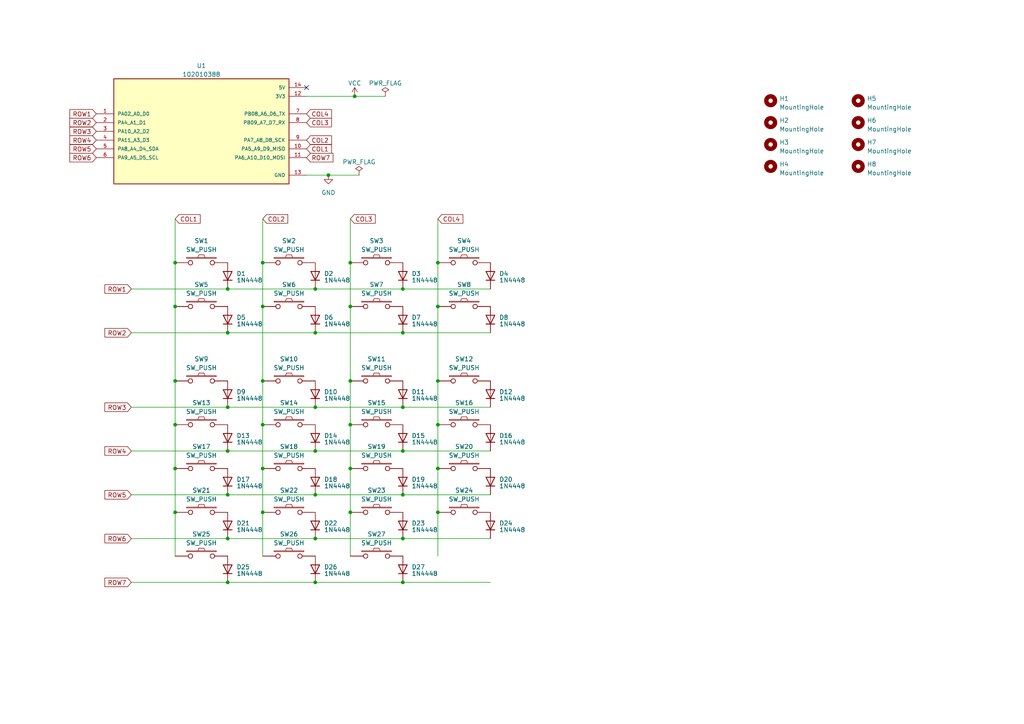
<source format=kicad_sch>
(kicad_sch (version 20230121) (generator eeschema)

  (uuid 7d7ef520-22e5-4fad-bcff-3fd1a9916238)

  (paper "A4")

  (lib_symbols
    (symbol "Diode:1N4448" (pin_numbers hide) (pin_names hide) (in_bom yes) (on_board yes)
      (property "Reference" "D" (at 0 2.54 0)
        (effects (font (size 1.27 1.27)))
      )
      (property "Value" "1N4448" (at 0 -2.54 0)
        (effects (font (size 1.27 1.27)))
      )
      (property "Footprint" "Diode_THT:D_DO-35_SOD27_P7.62mm_Horizontal" (at 0 -4.445 0)
        (effects (font (size 1.27 1.27)) hide)
      )
      (property "Datasheet" "https://assets.nexperia.com/documents/data-sheet/1N4148_1N4448.pdf" (at 0 0 0)
        (effects (font (size 1.27 1.27)) hide)
      )
      (property "Sim.Device" "D" (at 0 0 0)
        (effects (font (size 1.27 1.27)) hide)
      )
      (property "Sim.Pins" "1=K 2=A" (at 0 0 0)
        (effects (font (size 1.27 1.27)) hide)
      )
      (property "ki_keywords" "diode" (at 0 0 0)
        (effects (font (size 1.27 1.27)) hide)
      )
      (property "ki_description" "100V 0.15A High-speed standard diode, DO-35" (at 0 0 0)
        (effects (font (size 1.27 1.27)) hide)
      )
      (property "ki_fp_filters" "D*DO?35*" (at 0 0 0)
        (effects (font (size 1.27 1.27)) hide)
      )
      (symbol "1N4448_0_1"
        (polyline
          (pts
            (xy -1.27 1.27)
            (xy -1.27 -1.27)
          )
          (stroke (width 0.254) (type default))
          (fill (type none))
        )
        (polyline
          (pts
            (xy 1.27 0)
            (xy -1.27 0)
          )
          (stroke (width 0) (type default))
          (fill (type none))
        )
        (polyline
          (pts
            (xy 1.27 1.27)
            (xy 1.27 -1.27)
            (xy -1.27 0)
            (xy 1.27 1.27)
          )
          (stroke (width 0.254) (type default))
          (fill (type none))
        )
      )
      (symbol "1N4448_1_1"
        (pin passive line (at -3.81 0 0) (length 2.54)
          (name "K" (effects (font (size 1.27 1.27))))
          (number "1" (effects (font (size 1.27 1.27))))
        )
        (pin passive line (at 3.81 0 180) (length 2.54)
          (name "A" (effects (font (size 1.27 1.27))))
          (number "2" (effects (font (size 1.27 1.27))))
        )
      )
    )
    (symbol "Mechanical:MountingHole" (pin_names (offset 1.016)) (in_bom yes) (on_board yes)
      (property "Reference" "H" (at 0 5.08 0)
        (effects (font (size 1.27 1.27)))
      )
      (property "Value" "MountingHole" (at 0 3.175 0)
        (effects (font (size 1.27 1.27)))
      )
      (property "Footprint" "" (at 0 0 0)
        (effects (font (size 1.27 1.27)) hide)
      )
      (property "Datasheet" "~" (at 0 0 0)
        (effects (font (size 1.27 1.27)) hide)
      )
      (property "ki_keywords" "mounting hole" (at 0 0 0)
        (effects (font (size 1.27 1.27)) hide)
      )
      (property "ki_description" "Mounting Hole without connection" (at 0 0 0)
        (effects (font (size 1.27 1.27)) hide)
      )
      (property "ki_fp_filters" "MountingHole*" (at 0 0 0)
        (effects (font (size 1.27 1.27)) hide)
      )
      (symbol "MountingHole_0_1"
        (circle (center 0 0) (radius 1.27)
          (stroke (width 1.27) (type default))
          (fill (type none))
        )
      )
    )
    (symbol "foostan/kbd:SW_PUSH" (pin_numbers hide) (pin_names (offset 1.016) hide) (in_bom yes) (on_board yes)
      (property "Reference" "SW" (at 3.81 2.794 0)
        (effects (font (size 1.27 1.27)))
      )
      (property "Value" "SW_PUSH" (at 0 -2.032 0)
        (effects (font (size 1.27 1.27)))
      )
      (property "Footprint" "" (at 0 0 0)
        (effects (font (size 1.27 1.27)))
      )
      (property "Datasheet" "" (at 0 0 0)
        (effects (font (size 1.27 1.27)))
      )
      (symbol "SW_PUSH_0_1"
        (rectangle (start -4.318 1.27) (end 4.318 1.524)
          (stroke (width 0) (type solid))
          (fill (type none))
        )
        (polyline
          (pts
            (xy -1.016 1.524)
            (xy -0.762 2.286)
            (xy 0.762 2.286)
            (xy 1.016 1.524)
          )
          (stroke (width 0) (type solid))
          (fill (type none))
        )
        (pin passive inverted (at -7.62 0 0) (length 5.08)
          (name "1" (effects (font (size 1.27 1.27))))
          (number "1" (effects (font (size 1.27 1.27))))
        )
        (pin passive inverted (at 7.62 0 180) (length 5.08)
          (name "2" (effects (font (size 1.27 1.27))))
          (number "2" (effects (font (size 1.27 1.27))))
        )
      )
    )
    (symbol "power:GND" (power) (pin_names (offset 0)) (in_bom yes) (on_board yes)
      (property "Reference" "#PWR" (at 0 -6.35 0)
        (effects (font (size 1.27 1.27)) hide)
      )
      (property "Value" "GND" (at 0 -3.81 0)
        (effects (font (size 1.27 1.27)))
      )
      (property "Footprint" "" (at 0 0 0)
        (effects (font (size 1.27 1.27)) hide)
      )
      (property "Datasheet" "" (at 0 0 0)
        (effects (font (size 1.27 1.27)) hide)
      )
      (property "ki_keywords" "global power" (at 0 0 0)
        (effects (font (size 1.27 1.27)) hide)
      )
      (property "ki_description" "Power symbol creates a global label with name \"GND\" , ground" (at 0 0 0)
        (effects (font (size 1.27 1.27)) hide)
      )
      (symbol "GND_0_1"
        (polyline
          (pts
            (xy 0 0)
            (xy 0 -1.27)
            (xy 1.27 -1.27)
            (xy 0 -2.54)
            (xy -1.27 -1.27)
            (xy 0 -1.27)
          )
          (stroke (width 0) (type default))
          (fill (type none))
        )
      )
      (symbol "GND_1_1"
        (pin power_in line (at 0 0 270) (length 0) hide
          (name "GND" (effects (font (size 1.27 1.27))))
          (number "1" (effects (font (size 1.27 1.27))))
        )
      )
    )
    (symbol "power:PWR_FLAG" (power) (pin_numbers hide) (pin_names (offset 0) hide) (in_bom yes) (on_board yes)
      (property "Reference" "#FLG" (at 0 1.905 0)
        (effects (font (size 1.27 1.27)) hide)
      )
      (property "Value" "PWR_FLAG" (at 0 3.81 0)
        (effects (font (size 1.27 1.27)))
      )
      (property "Footprint" "" (at 0 0 0)
        (effects (font (size 1.27 1.27)) hide)
      )
      (property "Datasheet" "~" (at 0 0 0)
        (effects (font (size 1.27 1.27)) hide)
      )
      (property "ki_keywords" "flag power" (at 0 0 0)
        (effects (font (size 1.27 1.27)) hide)
      )
      (property "ki_description" "Special symbol for telling ERC where power comes from" (at 0 0 0)
        (effects (font (size 1.27 1.27)) hide)
      )
      (symbol "PWR_FLAG_0_0"
        (pin power_out line (at 0 0 90) (length 0)
          (name "pwr" (effects (font (size 1.27 1.27))))
          (number "1" (effects (font (size 1.27 1.27))))
        )
      )
      (symbol "PWR_FLAG_0_1"
        (polyline
          (pts
            (xy 0 0)
            (xy 0 1.27)
            (xy -1.016 1.905)
            (xy 0 2.54)
            (xy 1.016 1.905)
            (xy 0 1.27)
          )
          (stroke (width 0) (type default))
          (fill (type none))
        )
      )
    )
    (symbol "power:VCC" (power) (pin_names (offset 0)) (in_bom yes) (on_board yes)
      (property "Reference" "#PWR" (at 0 -3.81 0)
        (effects (font (size 1.27 1.27)) hide)
      )
      (property "Value" "VCC" (at 0 3.81 0)
        (effects (font (size 1.27 1.27)))
      )
      (property "Footprint" "" (at 0 0 0)
        (effects (font (size 1.27 1.27)) hide)
      )
      (property "Datasheet" "" (at 0 0 0)
        (effects (font (size 1.27 1.27)) hide)
      )
      (property "ki_keywords" "global power" (at 0 0 0)
        (effects (font (size 1.27 1.27)) hide)
      )
      (property "ki_description" "Power symbol creates a global label with name \"VCC\"" (at 0 0 0)
        (effects (font (size 1.27 1.27)) hide)
      )
      (symbol "VCC_0_1"
        (polyline
          (pts
            (xy -0.762 1.27)
            (xy 0 2.54)
          )
          (stroke (width 0) (type default))
          (fill (type none))
        )
        (polyline
          (pts
            (xy 0 0)
            (xy 0 2.54)
          )
          (stroke (width 0) (type default))
          (fill (type none))
        )
        (polyline
          (pts
            (xy 0 2.54)
            (xy 0.762 1.27)
          )
          (stroke (width 0) (type default))
          (fill (type none))
        )
      )
      (symbol "VCC_1_1"
        (pin power_in line (at 0 0 90) (length 0) hide
          (name "VCC" (effects (font (size 1.27 1.27))))
          (number "1" (effects (font (size 1.27 1.27))))
        )
      )
    )
    (symbol "xiao:102010388" (pin_names (offset 1.016)) (in_bom yes) (on_board yes)
      (property "Reference" "U" (at -25.4 16.002 0)
        (effects (font (size 1.27 1.27)) (justify left bottom))
      )
      (property "Value" "102010388" (at -25.4 -17.78 0)
        (effects (font (size 1.27 1.27)) (justify left bottom))
      )
      (property "Footprint" "MODULE_102010388" (at 0 0 0)
        (effects (font (size 1.27 1.27)) (justify bottom) hide)
      )
      (property "Datasheet" "" (at 0 0 0)
        (effects (font (size 1.27 1.27)) hide)
      )
      (property "PARTREV" "N/A" (at 0 0 0)
        (effects (font (size 1.27 1.27)) (justify bottom) hide)
      )
      (property "STANDARD" "Manufacturer Recommendations" (at 0 0 0)
        (effects (font (size 1.27 1.27)) (justify bottom) hide)
      )
      (property "MANUFACTURER" "Seeed Technology" (at 0 0 0)
        (effects (font (size 1.27 1.27)) (justify bottom) hide)
      )
      (property "MAXIMUM_PACKAGE_HEIGHT" "N/A" (at 0 0 0)
        (effects (font (size 1.27 1.27)) (justify bottom) hide)
      )
      (property "SNAPEDA_PN" "102010388" (at 0 0 0)
        (effects (font (size 1.27 1.27)) (justify bottom) hide)
      )
      (symbol "102010388_0_0"
        (rectangle (start -25.4 -15.24) (end 25.4 15.24)
          (stroke (width 0.254) (type default))
          (fill (type background))
        )
        (pin bidirectional line (at -30.48 5.08 0) (length 5.08)
          (name "PA02_A0_D0" (effects (font (size 1.016 1.016))))
          (number "1" (effects (font (size 1.016 1.016))))
        )
        (pin bidirectional line (at 30.48 -5.08 180) (length 5.08)
          (name "PA5_A9_D9_MISO" (effects (font (size 1.016 1.016))))
          (number "10" (effects (font (size 1.016 1.016))))
        )
        (pin bidirectional line (at 30.48 -7.62 180) (length 5.08)
          (name "PA6_A10_D10_MOSI" (effects (font (size 1.016 1.016))))
          (number "11" (effects (font (size 1.016 1.016))))
        )
        (pin power_in line (at 30.48 10.16 180) (length 5.08)
          (name "3V3" (effects (font (size 1.016 1.016))))
          (number "12" (effects (font (size 1.016 1.016))))
        )
        (pin power_in line (at 30.48 -12.7 180) (length 5.08)
          (name "GND" (effects (font (size 1.016 1.016))))
          (number "13" (effects (font (size 1.016 1.016))))
        )
        (pin power_in line (at 30.48 12.7 180) (length 5.08)
          (name "5V" (effects (font (size 1.016 1.016))))
          (number "14" (effects (font (size 1.016 1.016))))
        )
        (pin bidirectional line (at -30.48 2.54 0) (length 5.08)
          (name "PA4_A1_D1" (effects (font (size 1.016 1.016))))
          (number "2" (effects (font (size 1.016 1.016))))
        )
        (pin bidirectional line (at -30.48 0 0) (length 5.08)
          (name "PA10_A2_D2" (effects (font (size 1.016 1.016))))
          (number "3" (effects (font (size 1.016 1.016))))
        )
        (pin bidirectional line (at -30.48 -2.54 0) (length 5.08)
          (name "PA11_A3_D3" (effects (font (size 1.016 1.016))))
          (number "4" (effects (font (size 1.016 1.016))))
        )
        (pin bidirectional line (at -30.48 -5.08 0) (length 5.08)
          (name "PA8_A4_D4_SDA" (effects (font (size 1.016 1.016))))
          (number "5" (effects (font (size 1.016 1.016))))
        )
        (pin bidirectional line (at -30.48 -7.62 0) (length 5.08)
          (name "PA9_A5_D5_SCL" (effects (font (size 1.016 1.016))))
          (number "6" (effects (font (size 1.016 1.016))))
        )
        (pin bidirectional line (at 30.48 5.08 180) (length 5.08)
          (name "PB08_A6_D6_TX" (effects (font (size 1.016 1.016))))
          (number "7" (effects (font (size 1.016 1.016))))
        )
        (pin bidirectional line (at 30.48 2.54 180) (length 5.08)
          (name "PB09_A7_D7_RX" (effects (font (size 1.016 1.016))))
          (number "8" (effects (font (size 1.016 1.016))))
        )
        (pin bidirectional line (at 30.48 -2.54 180) (length 5.08)
          (name "PA7_A8_D8_SCK" (effects (font (size 1.016 1.016))))
          (number "9" (effects (font (size 1.016 1.016))))
        )
      )
    )
  )

  (junction (at 101.6 110.49) (diameter 0) (color 0 0 0 0)
    (uuid 075c0713-2376-440c-8ad0-19b6493f63b1)
  )
  (junction (at 76.2 135.89) (diameter 0) (color 0 0 0 0)
    (uuid 192f8f6e-0f01-490a-8d65-dac6095b0d1f)
  )
  (junction (at 50.8 110.49) (diameter 0) (color 0 0 0 0)
    (uuid 1e814520-4841-4c12-96ce-05c4f05e6043)
  )
  (junction (at 102.87 27.94) (diameter 0) (color 0 0 0 0)
    (uuid 26d99196-a674-48bb-abdd-5375a382860d)
  )
  (junction (at 127 110.49) (diameter 0) (color 0 0 0 0)
    (uuid 37a3a3ef-fc3f-4e22-9430-3f7f886ce516)
  )
  (junction (at 127 76.2) (diameter 0) (color 0 0 0 0)
    (uuid 40bc6023-495d-4fb3-9794-e24eb3d471e8)
  )
  (junction (at 66.04 96.52) (diameter 0) (color 0 0 0 0)
    (uuid 40f5a34a-2763-44e1-a606-a608d8617f16)
  )
  (junction (at 50.8 135.89) (diameter 0) (color 0 0 0 0)
    (uuid 410677f1-0ae0-4e4a-8b88-0831896ed6cc)
  )
  (junction (at 91.44 168.91) (diameter 0) (color 0 0 0 0)
    (uuid 47e8f92b-0ed5-41cd-8824-4399a75dc355)
  )
  (junction (at 91.44 143.51) (diameter 0) (color 0 0 0 0)
    (uuid 486d0617-b8f4-4cbe-8853-e307839a2d50)
  )
  (junction (at 50.8 76.2) (diameter 0) (color 0 0 0 0)
    (uuid 4c63ef42-0583-4f42-88e7-2399fc702db4)
  )
  (junction (at 66.04 143.51) (diameter 0) (color 0 0 0 0)
    (uuid 4ccdd952-4066-44f7-a5a3-a5fdb4b39563)
  )
  (junction (at 91.44 118.11) (diameter 0) (color 0 0 0 0)
    (uuid 54cf098e-d3f1-4582-90ea-b9f428fe1b49)
  )
  (junction (at 116.84 156.21) (diameter 0) (color 0 0 0 0)
    (uuid 5936089b-f00b-428d-b71e-0f3306f7f906)
  )
  (junction (at 76.2 123.19) (diameter 0) (color 0 0 0 0)
    (uuid 5bce03b8-b7f0-4fe3-9c4e-af017b6717c7)
  )
  (junction (at 66.04 168.91) (diameter 0) (color 0 0 0 0)
    (uuid 6c562dd9-1b49-4699-8d77-a56d20cfe210)
  )
  (junction (at 116.84 83.82) (diameter 0) (color 0 0 0 0)
    (uuid 6dc007b1-99cf-45b9-b943-2b35fb037e1e)
  )
  (junction (at 50.8 123.19) (diameter 0) (color 0 0 0 0)
    (uuid 70b90105-44d4-42dd-bb0f-b1f25c144947)
  )
  (junction (at 116.84 96.52) (diameter 0) (color 0 0 0 0)
    (uuid 7794b6fc-1ab5-4df3-b5e8-479acdfc52c9)
  )
  (junction (at 50.8 148.59) (diameter 0) (color 0 0 0 0)
    (uuid 81e9dbde-135c-4d57-ab8e-c33dae8ba105)
  )
  (junction (at 76.2 148.59) (diameter 0) (color 0 0 0 0)
    (uuid 83c12a40-11c4-4201-a29c-0b03b8f99aff)
  )
  (junction (at 127 148.59) (diameter 0) (color 0 0 0 0)
    (uuid 8ad62ff1-52cd-44a4-b02a-cf99c24b936e)
  )
  (junction (at 101.6 123.19) (diameter 0) (color 0 0 0 0)
    (uuid 8baa014c-820c-472c-b52c-668a4f64c02e)
  )
  (junction (at 91.44 83.82) (diameter 0) (color 0 0 0 0)
    (uuid 934a756e-664a-467e-8f44-e3dbf2c717a7)
  )
  (junction (at 116.84 130.81) (diameter 0) (color 0 0 0 0)
    (uuid 9ac37da9-0c53-41c7-bfd3-3245ecbeb6c7)
  )
  (junction (at 127 88.9) (diameter 0) (color 0 0 0 0)
    (uuid 9eee924c-a43b-4e33-be49-202ffc1e9df0)
  )
  (junction (at 101.6 148.59) (diameter 0) (color 0 0 0 0)
    (uuid a706e487-8cb4-4cc5-b312-046d65384a08)
  )
  (junction (at 116.84 168.91) (diameter 0) (color 0 0 0 0)
    (uuid a9b70997-f221-4e51-a76a-15dd8434c900)
  )
  (junction (at 95.25 50.8) (diameter 0) (color 0 0 0 0)
    (uuid ab0156e3-1c39-4bae-a3b6-665dd7a988b1)
  )
  (junction (at 91.44 130.81) (diameter 0) (color 0 0 0 0)
    (uuid ac2d3fc1-95a0-4b5b-aaca-1a5b0510df5a)
  )
  (junction (at 76.2 88.9) (diameter 0) (color 0 0 0 0)
    (uuid c2951cd6-6467-4648-9ad7-10d05c2e7389)
  )
  (junction (at 50.8 88.9) (diameter 0) (color 0 0 0 0)
    (uuid ca3e82e5-d67d-4368-b78e-448c7065f5c0)
  )
  (junction (at 101.6 135.89) (diameter 0) (color 0 0 0 0)
    (uuid cb9da8ca-5de6-4924-824a-236405ebce16)
  )
  (junction (at 116.84 143.51) (diameter 0) (color 0 0 0 0)
    (uuid cbe1d20b-3158-4a71-8896-265c522b6d88)
  )
  (junction (at 66.04 156.21) (diameter 0) (color 0 0 0 0)
    (uuid cf73f8b6-0ed7-4d22-992d-58a3d31f1687)
  )
  (junction (at 66.04 130.81) (diameter 0) (color 0 0 0 0)
    (uuid d177277c-0c86-4386-a89a-f36b650c1ddb)
  )
  (junction (at 91.44 156.21) (diameter 0) (color 0 0 0 0)
    (uuid e5a0e37b-6455-43f1-957b-e2aa685b629e)
  )
  (junction (at 101.6 76.2) (diameter 0) (color 0 0 0 0)
    (uuid eed9a8f4-adab-4bee-b248-35391da5f4b7)
  )
  (junction (at 91.44 96.52) (diameter 0) (color 0 0 0 0)
    (uuid efa5f26d-9da2-499d-b11b-d56d83467dac)
  )
  (junction (at 66.04 83.82) (diameter 0) (color 0 0 0 0)
    (uuid f116196f-44db-4498-8b45-50184d92f80c)
  )
  (junction (at 116.84 118.11) (diameter 0) (color 0 0 0 0)
    (uuid f37f95a6-d986-43c4-b0f5-66ec6c82279d)
  )
  (junction (at 76.2 110.49) (diameter 0) (color 0 0 0 0)
    (uuid f3b01d68-d140-4e6d-b83f-d7920777fc35)
  )
  (junction (at 66.04 118.11) (diameter 0) (color 0 0 0 0)
    (uuid f528a0fb-5dc7-4f7b-a5ff-9eb62c5c37aa)
  )
  (junction (at 76.2 76.2) (diameter 0) (color 0 0 0 0)
    (uuid f808bd7c-f41c-4c8e-ae19-a230858f1e2d)
  )
  (junction (at 127 135.89) (diameter 0) (color 0 0 0 0)
    (uuid fd274cbf-3730-4cc1-b53f-3993bb3378d4)
  )
  (junction (at 127 123.19) (diameter 0) (color 0 0 0 0)
    (uuid fd28b315-b152-4945-9867-079c7eb23575)
  )
  (junction (at 101.6 88.9) (diameter 0) (color 0 0 0 0)
    (uuid fd6d174d-81e6-465b-b138-07d217373f2b)
  )

  (no_connect (at 88.9 25.4) (uuid c84d0381-76a5-407b-af52-9682d692b6fb))

  (wire (pts (xy 50.8 76.2) (xy 50.8 88.9))
    (stroke (width 0) (type default))
    (uuid 0090aa8a-3e6a-4f89-ae32-f06f7dfdc032)
  )
  (wire (pts (xy 116.84 83.82) (xy 142.24 83.82))
    (stroke (width 0) (type default))
    (uuid 0777c9fc-a969-49a2-9c88-2c86fef4158e)
  )
  (wire (pts (xy 38.1 130.81) (xy 66.04 130.81))
    (stroke (width 0) (type default))
    (uuid 12d8928a-751d-46a2-865d-16c4de3b7ecd)
  )
  (wire (pts (xy 66.04 143.51) (xy 91.44 143.51))
    (stroke (width 0) (type default))
    (uuid 16f7a3d4-1b3c-4534-ac32-40014826a09a)
  )
  (wire (pts (xy 76.2 63.5) (xy 76.2 76.2))
    (stroke (width 0) (type default))
    (uuid 1df1c599-ad48-415b-bcf2-cb2a9a207c2b)
  )
  (wire (pts (xy 116.84 168.91) (xy 142.24 168.91))
    (stroke (width 0) (type default))
    (uuid 1ed67e6e-3b69-4b38-ba31-d13280c52c03)
  )
  (wire (pts (xy 66.04 156.21) (xy 91.44 156.21))
    (stroke (width 0) (type default))
    (uuid 28755dc0-e5ab-4295-b42e-501a94d3c8b5)
  )
  (wire (pts (xy 38.1 156.21) (xy 66.04 156.21))
    (stroke (width 0) (type default))
    (uuid 2be2dd48-f1f5-4b4c-83fd-0c726ebd9e6c)
  )
  (wire (pts (xy 116.84 130.81) (xy 142.24 130.81))
    (stroke (width 0) (type default))
    (uuid 2c7e7b02-ef50-4ef7-a717-41c2e129ec63)
  )
  (wire (pts (xy 95.25 50.8) (xy 104.14 50.8))
    (stroke (width 0) (type default))
    (uuid 301d11d0-870b-4822-bb8f-2ea59b670e77)
  )
  (wire (pts (xy 127 123.19) (xy 127 135.89))
    (stroke (width 0) (type default))
    (uuid 37e07ecc-6be6-4dd8-968d-2629afdb9409)
  )
  (wire (pts (xy 38.1 83.82) (xy 66.04 83.82))
    (stroke (width 0) (type default))
    (uuid 3ba6c064-41eb-4bf6-a998-820e4e8a3a66)
  )
  (wire (pts (xy 50.8 123.19) (xy 50.8 135.89))
    (stroke (width 0) (type default))
    (uuid 3d1cdb7e-e3ae-4e6a-9190-feac1256ce61)
  )
  (wire (pts (xy 127 135.89) (xy 127 148.59))
    (stroke (width 0) (type default))
    (uuid 4374c1f6-40a5-4669-a6fb-c6a1c071d22d)
  )
  (wire (pts (xy 91.44 143.51) (xy 116.84 143.51))
    (stroke (width 0) (type default))
    (uuid 45b7d058-1234-454b-a08b-c99275bbc875)
  )
  (wire (pts (xy 76.2 123.19) (xy 76.2 135.89))
    (stroke (width 0) (type default))
    (uuid 46dd2f32-10d7-4f89-ac78-f4f3d18214f0)
  )
  (wire (pts (xy 116.84 156.21) (xy 142.24 156.21))
    (stroke (width 0) (type default))
    (uuid 494644af-2aa2-41f3-939d-c0de3e4c2119)
  )
  (wire (pts (xy 91.44 130.81) (xy 116.84 130.81))
    (stroke (width 0) (type default))
    (uuid 4b7dfecc-f6fe-4a43-b2c3-391fbdbdbecd)
  )
  (wire (pts (xy 101.6 110.49) (xy 101.6 123.19))
    (stroke (width 0) (type default))
    (uuid 500bb057-4c76-49ee-bc4b-74712a288a4c)
  )
  (wire (pts (xy 127 63.5) (xy 127 76.2))
    (stroke (width 0) (type default))
    (uuid 51854948-ce67-48c6-94b2-94c27f928df8)
  )
  (wire (pts (xy 50.8 88.9) (xy 50.8 110.49))
    (stroke (width 0) (type default))
    (uuid 51cd2f6b-7682-4a3c-b4cf-74e01c8902e3)
  )
  (wire (pts (xy 76.2 148.59) (xy 76.2 161.29))
    (stroke (width 0) (type default))
    (uuid 5468c96b-4bda-49e6-a7ce-59bf1bd82460)
  )
  (wire (pts (xy 91.44 168.91) (xy 116.84 168.91))
    (stroke (width 0) (type default))
    (uuid 55442437-53e7-4fe4-b0c4-979be1cfc7a2)
  )
  (wire (pts (xy 91.44 83.82) (xy 116.84 83.82))
    (stroke (width 0) (type default))
    (uuid 5a6300f2-34c1-4fbb-b0e9-c2b14b7efb36)
  )
  (wire (pts (xy 127 110.49) (xy 127 123.19))
    (stroke (width 0) (type default))
    (uuid 5cc58ba9-b78e-4c02-80e7-9a3397cf89db)
  )
  (wire (pts (xy 50.8 135.89) (xy 50.8 148.59))
    (stroke (width 0) (type default))
    (uuid 630f7ab3-73a6-43d2-abc2-51f8aa61af55)
  )
  (wire (pts (xy 88.9 50.8) (xy 95.25 50.8))
    (stroke (width 0) (type default))
    (uuid 68510b01-04b5-440e-9b76-36e75ffe56b4)
  )
  (wire (pts (xy 50.8 110.49) (xy 50.8 123.19))
    (stroke (width 0) (type default))
    (uuid 6bac8e58-abd7-4e31-93ff-1f9bfd2818c4)
  )
  (wire (pts (xy 116.84 143.51) (xy 142.24 143.51))
    (stroke (width 0) (type default))
    (uuid 727bdb26-dc9a-4c21-914d-4917801519cd)
  )
  (wire (pts (xy 76.2 110.49) (xy 76.2 123.19))
    (stroke (width 0) (type default))
    (uuid 779c90e3-12c9-4e59-adb4-eda3a2af69e9)
  )
  (wire (pts (xy 102.87 27.94) (xy 111.76 27.94))
    (stroke (width 0) (type default))
    (uuid 7b2b1b3a-8a1a-410b-92bf-ce74adf3bd51)
  )
  (wire (pts (xy 101.6 123.19) (xy 101.6 135.89))
    (stroke (width 0) (type default))
    (uuid 7c8bc0d2-92e2-47aa-906d-1ad682dc74de)
  )
  (wire (pts (xy 91.44 96.52) (xy 116.84 96.52))
    (stroke (width 0) (type default))
    (uuid 819cb93e-2818-491d-b2bb-229924e653f4)
  )
  (wire (pts (xy 66.04 96.52) (xy 91.44 96.52))
    (stroke (width 0) (type default))
    (uuid 85bee2ef-9eab-4adf-8fbe-d905a89c2525)
  )
  (wire (pts (xy 50.8 148.59) (xy 50.8 161.29))
    (stroke (width 0) (type default))
    (uuid 8c6f11ef-ed75-4662-afdb-e8cee965d288)
  )
  (wire (pts (xy 76.2 76.2) (xy 76.2 88.9))
    (stroke (width 0) (type default))
    (uuid 8c982bb1-1240-40a8-9925-ecd9623dc492)
  )
  (wire (pts (xy 66.04 168.91) (xy 91.44 168.91))
    (stroke (width 0) (type default))
    (uuid 93a7c128-0d61-4909-b1c2-d6c26f61ae4e)
  )
  (wire (pts (xy 116.84 118.11) (xy 142.24 118.11))
    (stroke (width 0) (type default))
    (uuid 94e8eaea-0b14-4ef7-8e46-c8308091127a)
  )
  (wire (pts (xy 116.84 96.52) (xy 142.24 96.52))
    (stroke (width 0) (type default))
    (uuid 95e2d0cf-cfbb-40f0-9887-3e4c5846937f)
  )
  (wire (pts (xy 76.2 88.9) (xy 76.2 110.49))
    (stroke (width 0) (type default))
    (uuid 9e9b7225-c5da-42f6-aae8-ca8db36c305c)
  )
  (wire (pts (xy 91.44 118.11) (xy 116.84 118.11))
    (stroke (width 0) (type default))
    (uuid a069d464-a84e-4d51-aecb-37bb04024b3d)
  )
  (wire (pts (xy 66.04 83.82) (xy 91.44 83.82))
    (stroke (width 0) (type default))
    (uuid a731ac4c-f0bb-4346-98be-bf48fe5e4455)
  )
  (wire (pts (xy 101.6 76.2) (xy 101.6 88.9))
    (stroke (width 0) (type default))
    (uuid a8816e1a-a214-4e7f-b4e8-622535ac52cd)
  )
  (wire (pts (xy 66.04 118.11) (xy 91.44 118.11))
    (stroke (width 0) (type default))
    (uuid af4256e6-8c32-4fd1-b5a8-cffad41dc691)
  )
  (wire (pts (xy 38.1 118.11) (xy 66.04 118.11))
    (stroke (width 0) (type default))
    (uuid b0b3befb-5d93-4b3e-b600-f1a992e7437a)
  )
  (wire (pts (xy 50.8 63.5) (xy 50.8 76.2))
    (stroke (width 0) (type default))
    (uuid b20ce479-6b32-418f-8740-413a8ba3ba0e)
  )
  (wire (pts (xy 101.6 148.59) (xy 101.6 161.29))
    (stroke (width 0) (type default))
    (uuid b452733b-22d2-49c6-8397-903df8c234d6)
  )
  (wire (pts (xy 38.1 96.52) (xy 66.04 96.52))
    (stroke (width 0) (type default))
    (uuid bd30df9e-0e7b-49cf-9e55-dd649d4100af)
  )
  (wire (pts (xy 66.04 130.81) (xy 91.44 130.81))
    (stroke (width 0) (type default))
    (uuid c14b668f-d3ee-4ef9-902d-f477ba038cec)
  )
  (wire (pts (xy 101.6 63.5) (xy 101.6 76.2))
    (stroke (width 0) (type default))
    (uuid c79260e3-d422-4001-8701-ad20d14d8853)
  )
  (wire (pts (xy 101.6 88.9) (xy 101.6 110.49))
    (stroke (width 0) (type default))
    (uuid ce66243d-6b32-4c7a-8193-d99087be3ebb)
  )
  (wire (pts (xy 88.9 27.94) (xy 102.87 27.94))
    (stroke (width 0) (type default))
    (uuid db045db3-74db-46f9-8666-c145f8b6295c)
  )
  (wire (pts (xy 38.1 143.51) (xy 66.04 143.51))
    (stroke (width 0) (type default))
    (uuid e38da06c-7cea-4975-a40b-736836e985bf)
  )
  (wire (pts (xy 38.1 168.91) (xy 66.04 168.91))
    (stroke (width 0) (type default))
    (uuid e5a63786-b606-4af1-94af-14a447ae2d3b)
  )
  (wire (pts (xy 127 76.2) (xy 127 88.9))
    (stroke (width 0) (type default))
    (uuid e67fc412-5ad0-44cb-9c6c-bb5906d8db49)
  )
  (wire (pts (xy 76.2 135.89) (xy 76.2 148.59))
    (stroke (width 0) (type default))
    (uuid eb5e2f3c-deba-4c01-90f6-7ae80cb101b0)
  )
  (wire (pts (xy 127 88.9) (xy 127 110.49))
    (stroke (width 0) (type default))
    (uuid f2811f21-88c4-477f-ae79-4aa0e349f729)
  )
  (wire (pts (xy 127 148.59) (xy 127 161.29))
    (stroke (width 0) (type default))
    (uuid f51abca1-9532-4130-80d3-2e0735fc3e40)
  )
  (wire (pts (xy 101.6 135.89) (xy 101.6 148.59))
    (stroke (width 0) (type default))
    (uuid fd289958-3684-4a75-a739-1f9099aa463a)
  )
  (wire (pts (xy 91.44 156.21) (xy 116.84 156.21))
    (stroke (width 0) (type default))
    (uuid fdbe08b8-f66d-40d3-a3e8-c0e203a0cee5)
  )

  (global_label "ROW7" (shape input) (at 88.9 45.72 0) (fields_autoplaced)
    (effects (font (size 1.27 1.27)) (justify left))
    (uuid 1b19aed7-7866-4b68-9177-b02850760406)
    (property "Intersheetrefs" "${INTERSHEET_REFS}" (at 97.0672 45.72 0)
      (effects (font (size 1.27 1.27)) (justify left) hide)
    )
  )
  (global_label "ROW2" (shape input) (at 38.1 96.52 180) (fields_autoplaced)
    (effects (font (size 1.27 1.27)) (justify right))
    (uuid 1c6dc3a3-e6e3-47dd-847f-f17a84a34e0c)
    (property "Intersheetrefs" "${INTERSHEET_REFS}" (at 29.9328 96.52 0)
      (effects (font (size 1.27 1.27)) (justify right) hide)
    )
  )
  (global_label "ROW1" (shape input) (at 27.94 33.02 180) (fields_autoplaced)
    (effects (font (size 1.27 1.27)) (justify right))
    (uuid 2de6a60c-bf58-4d32-b43e-e7961d8f77af)
    (property "Intersheetrefs" "${INTERSHEET_REFS}" (at 19.7728 33.02 0)
      (effects (font (size 1.27 1.27)) (justify right) hide)
    )
  )
  (global_label "COL1" (shape input) (at 50.8 63.5 0) (fields_autoplaced)
    (effects (font (size 1.27 1.27)) (justify left))
    (uuid 379815a0-c836-43e4-8429-b514f98aca5f)
    (property "Intersheetrefs" "${INTERSHEET_REFS}" (at 58.5439 63.5 0)
      (effects (font (size 1.27 1.27)) (justify left) hide)
    )
  )
  (global_label "ROW5" (shape input) (at 38.1 143.51 180) (fields_autoplaced)
    (effects (font (size 1.27 1.27)) (justify right))
    (uuid 4c7c76ef-8b10-4f13-8da2-5981f714c824)
    (property "Intersheetrefs" "${INTERSHEET_REFS}" (at 29.9328 143.51 0)
      (effects (font (size 1.27 1.27)) (justify right) hide)
    )
  )
  (global_label "COL3" (shape input) (at 88.9 35.56 0) (fields_autoplaced)
    (effects (font (size 1.27 1.27)) (justify left))
    (uuid 6069d992-6402-43d0-b911-4fc52ef9f070)
    (property "Intersheetrefs" "${INTERSHEET_REFS}" (at 96.6439 35.56 0)
      (effects (font (size 1.27 1.27)) (justify left) hide)
    )
  )
  (global_label "ROW6" (shape input) (at 27.94 45.72 180) (fields_autoplaced)
    (effects (font (size 1.27 1.27)) (justify right))
    (uuid 665795e9-7ef8-4c0f-8a8a-08dc2d82f08b)
    (property "Intersheetrefs" "${INTERSHEET_REFS}" (at 19.7728 45.72 0)
      (effects (font (size 1.27 1.27)) (justify right) hide)
    )
  )
  (global_label "COL3" (shape input) (at 101.6 63.5 0) (fields_autoplaced)
    (effects (font (size 1.27 1.27)) (justify left))
    (uuid 697e515b-6932-4c07-bca3-3e0636dce22b)
    (property "Intersheetrefs" "${INTERSHEET_REFS}" (at 109.3439 63.5 0)
      (effects (font (size 1.27 1.27)) (justify left) hide)
    )
  )
  (global_label "ROW5" (shape input) (at 27.94 43.18 180) (fields_autoplaced)
    (effects (font (size 1.27 1.27)) (justify right))
    (uuid 6b190c93-f343-45e0-b368-9329e67bfb9f)
    (property "Intersheetrefs" "${INTERSHEET_REFS}" (at 19.7728 43.18 0)
      (effects (font (size 1.27 1.27)) (justify right) hide)
    )
  )
  (global_label "COL2" (shape input) (at 76.2 63.5 0) (fields_autoplaced)
    (effects (font (size 1.27 1.27)) (justify left))
    (uuid 75cf90e8-a60b-4a2e-96a1-20ba89f56b62)
    (property "Intersheetrefs" "${INTERSHEET_REFS}" (at 83.9439 63.5 0)
      (effects (font (size 1.27 1.27)) (justify left) hide)
    )
  )
  (global_label "COL1" (shape input) (at 88.9 43.18 0) (fields_autoplaced)
    (effects (font (size 1.27 1.27)) (justify left))
    (uuid 76ea2ad4-1ba2-45ef-a676-e220e104da4f)
    (property "Intersheetrefs" "${INTERSHEET_REFS}" (at 96.6439 43.18 0)
      (effects (font (size 1.27 1.27)) (justify left) hide)
    )
  )
  (global_label "COL2" (shape input) (at 88.9 40.64 0) (fields_autoplaced)
    (effects (font (size 1.27 1.27)) (justify left))
    (uuid 858a72fa-871b-4f12-b5f8-a1c3618fc231)
    (property "Intersheetrefs" "${INTERSHEET_REFS}" (at 96.6439 40.64 0)
      (effects (font (size 1.27 1.27)) (justify left) hide)
    )
  )
  (global_label "ROW4" (shape input) (at 38.1 130.81 180) (fields_autoplaced)
    (effects (font (size 1.27 1.27)) (justify right))
    (uuid 96557ffa-caec-406e-aa8a-cafc3853c806)
    (property "Intersheetrefs" "${INTERSHEET_REFS}" (at 29.9328 130.81 0)
      (effects (font (size 1.27 1.27)) (justify right) hide)
    )
  )
  (global_label "ROW3" (shape input) (at 38.1 118.11 180) (fields_autoplaced)
    (effects (font (size 1.27 1.27)) (justify right))
    (uuid 9e713583-419d-42a1-b8ff-b078535aa5e0)
    (property "Intersheetrefs" "${INTERSHEET_REFS}" (at 29.9328 118.11 0)
      (effects (font (size 1.27 1.27)) (justify right) hide)
    )
  )
  (global_label "ROW2" (shape input) (at 27.94 35.56 180) (fields_autoplaced)
    (effects (font (size 1.27 1.27)) (justify right))
    (uuid b0ed6c43-cf38-49ea-a460-a16ac0a81633)
    (property "Intersheetrefs" "${INTERSHEET_REFS}" (at 19.7728 35.56 0)
      (effects (font (size 1.27 1.27)) (justify right) hide)
    )
  )
  (global_label "ROW3" (shape input) (at 27.94 38.1 180) (fields_autoplaced)
    (effects (font (size 1.27 1.27)) (justify right))
    (uuid b2e9fb04-b8b0-40d0-a9d8-717a010e0348)
    (property "Intersheetrefs" "${INTERSHEET_REFS}" (at 19.7728 38.1 0)
      (effects (font (size 1.27 1.27)) (justify right) hide)
    )
  )
  (global_label "COL4" (shape input) (at 88.9 33.02 0) (fields_autoplaced)
    (effects (font (size 1.27 1.27)) (justify left))
    (uuid b8f40bf6-8718-49a8-b289-03aea53647ab)
    (property "Intersheetrefs" "${INTERSHEET_REFS}" (at 96.6439 33.02 0)
      (effects (font (size 1.27 1.27)) (justify left) hide)
    )
  )
  (global_label "ROW7" (shape input) (at 38.1 168.91 180) (fields_autoplaced)
    (effects (font (size 1.27 1.27)) (justify right))
    (uuid cbbc924c-8b96-4391-8a7c-b4e28d8968ab)
    (property "Intersheetrefs" "${INTERSHEET_REFS}" (at 29.9328 168.91 0)
      (effects (font (size 1.27 1.27)) (justify right) hide)
    )
  )
  (global_label "COL4" (shape input) (at 127 63.5 0) (fields_autoplaced)
    (effects (font (size 1.27 1.27)) (justify left))
    (uuid e4aac54b-1ab0-4b8c-965d-2115e7d1dfad)
    (property "Intersheetrefs" "${INTERSHEET_REFS}" (at 134.7439 63.5 0)
      (effects (font (size 1.27 1.27)) (justify left) hide)
    )
  )
  (global_label "ROW6" (shape input) (at 38.1 156.21 180) (fields_autoplaced)
    (effects (font (size 1.27 1.27)) (justify right))
    (uuid e983f4ca-b83b-4fd5-a7e2-993be9f9dcb6)
    (property "Intersheetrefs" "${INTERSHEET_REFS}" (at 29.9328 156.21 0)
      (effects (font (size 1.27 1.27)) (justify right) hide)
    )
  )
  (global_label "ROW1" (shape input) (at 38.1 83.82 180) (fields_autoplaced)
    (effects (font (size 1.27 1.27)) (justify right))
    (uuid ef8fc929-cc7b-4e3b-b00d-fa60c969eb62)
    (property "Intersheetrefs" "${INTERSHEET_REFS}" (at 29.9328 83.82 0)
      (effects (font (size 1.27 1.27)) (justify right) hide)
    )
  )
  (global_label "ROW4" (shape input) (at 27.94 40.64 180) (fields_autoplaced)
    (effects (font (size 1.27 1.27)) (justify right))
    (uuid fe36aa57-c5fd-4893-b1b2-f304c544ab71)
    (property "Intersheetrefs" "${INTERSHEET_REFS}" (at 19.7728 40.64 0)
      (effects (font (size 1.27 1.27)) (justify right) hide)
    )
  )

  (symbol (lib_id "foostan/kbd:SW_PUSH") (at 134.62 76.2 0) (unit 1)
    (in_bom yes) (on_board yes) (dnp no) (fields_autoplaced)
    (uuid 018595a4-b0a8-4f9d-9388-a1681cbebd14)
    (property "Reference" "SW4" (at 134.62 69.85 0)
      (effects (font (size 1.27 1.27)))
    )
    (property "Value" "SW_PUSH" (at 134.62 72.39 0)
      (effects (font (size 1.27 1.27)))
    )
    (property "Footprint" "foostan/kbd:CherryMX_ChocV2_1u" (at 134.62 76.2 0)
      (effects (font (size 1.27 1.27)) hide)
    )
    (property "Datasheet" "" (at 134.62 76.2 0)
      (effects (font (size 1.27 1.27)))
    )
    (pin "1" (uuid 388a1a34-40f5-411b-9c2b-4956cc25b81a))
    (pin "2" (uuid 5250f216-641d-4542-83f2-a1a0658f7133))
    (instances
      (project "fric10key"
        (path "/7d7ef520-22e5-4fad-bcff-3fd1a9916238"
          (reference "SW4") (unit 1)
        )
      )
      (project "sgkb"
        (path "/bfbdd92b-7f71-4ad3-b5e3-05abfda92e0a"
          (reference "SW2") (unit 1)
        )
      )
    )
  )

  (symbol (lib_id "Diode:1N4448") (at 91.44 92.71 90) (unit 1)
    (in_bom yes) (on_board yes) (dnp no)
    (uuid 01943fc0-c01d-4090-ba8f-9d595b1b3e81)
    (property "Reference" "D6" (at 93.98 92.075 90)
      (effects (font (size 1.27 1.27)) (justify right))
    )
    (property "Value" "1N4448" (at 93.98 93.98 90)
      (effects (font (size 1.27 1.27)) (justify right))
    )
    (property "Footprint" "Diode_THT:D_DO-35_SOD27_P7.62mm_Horizontal" (at 95.885 92.71 0)
      (effects (font (size 1.27 1.27)) hide)
    )
    (property "Datasheet" "https://assets.nexperia.com/documents/data-sheet/1N4148_1N4448.pdf" (at 91.44 92.71 0)
      (effects (font (size 1.27 1.27)) hide)
    )
    (property "Sim.Device" "D" (at 91.44 92.71 0)
      (effects (font (size 1.27 1.27)) hide)
    )
    (property "Sim.Pins" "1=K 2=A" (at 91.44 92.71 0)
      (effects (font (size 1.27 1.27)) hide)
    )
    (pin "1" (uuid e0343a8c-907d-45c9-9695-093d9b5babf1))
    (pin "2" (uuid 6ed6b2ab-c816-4e0a-bcac-fac1dda169c8))
    (instances
      (project "fric10key"
        (path "/7d7ef520-22e5-4fad-bcff-3fd1a9916238"
          (reference "D6") (unit 1)
        )
      )
      (project "sgkb"
        (path "/bfbdd92b-7f71-4ad3-b5e3-05abfda92e0a"
          (reference "D2") (unit 1)
        )
      )
    )
  )

  (symbol (lib_id "Diode:1N4448") (at 116.84 127 90) (unit 1)
    (in_bom yes) (on_board yes) (dnp no)
    (uuid 01c167df-edde-4ce5-a640-dcf3f7af3c9e)
    (property "Reference" "D15" (at 119.38 126.365 90)
      (effects (font (size 1.27 1.27)) (justify right))
    )
    (property "Value" "1N4448" (at 119.38 128.27 90)
      (effects (font (size 1.27 1.27)) (justify right))
    )
    (property "Footprint" "Diode_THT:D_DO-35_SOD27_P7.62mm_Horizontal" (at 121.285 127 0)
      (effects (font (size 1.27 1.27)) hide)
    )
    (property "Datasheet" "https://assets.nexperia.com/documents/data-sheet/1N4148_1N4448.pdf" (at 116.84 127 0)
      (effects (font (size 1.27 1.27)) hide)
    )
    (property "Sim.Device" "D" (at 116.84 127 0)
      (effects (font (size 1.27 1.27)) hide)
    )
    (property "Sim.Pins" "1=K 2=A" (at 116.84 127 0)
      (effects (font (size 1.27 1.27)) hide)
    )
    (pin "1" (uuid 305dd18b-b1ff-459d-a51d-3d2265c8139e))
    (pin "2" (uuid 6fd27594-d211-45a0-9758-a110b38d484a))
    (instances
      (project "fric10key"
        (path "/7d7ef520-22e5-4fad-bcff-3fd1a9916238"
          (reference "D15") (unit 1)
        )
      )
      (project "sgkb"
        (path "/bfbdd92b-7f71-4ad3-b5e3-05abfda92e0a"
          (reference "D2") (unit 1)
        )
      )
    )
  )

  (symbol (lib_id "foostan/kbd:SW_PUSH") (at 109.22 123.19 0) (unit 1)
    (in_bom yes) (on_board yes) (dnp no)
    (uuid 096dbf84-7596-4a92-8c6e-507983c1fa2a)
    (property "Reference" "SW15" (at 109.22 116.84 0)
      (effects (font (size 1.27 1.27)))
    )
    (property "Value" "SW_PUSH" (at 109.22 119.38 0)
      (effects (font (size 1.27 1.27)))
    )
    (property "Footprint" "foostan/kbd:CherryMX_ChocV2_1u" (at 109.22 123.19 0)
      (effects (font (size 1.27 1.27)) hide)
    )
    (property "Datasheet" "" (at 109.22 123.19 0)
      (effects (font (size 1.27 1.27)))
    )
    (pin "1" (uuid a96dfe7f-c904-4052-b2b5-b2168fae4c80))
    (pin "2" (uuid 8c758c9f-e844-4146-9467-887c741980ea))
    (instances
      (project "fric10key"
        (path "/7d7ef520-22e5-4fad-bcff-3fd1a9916238"
          (reference "SW15") (unit 1)
        )
      )
      (project "sgkb"
        (path "/bfbdd92b-7f71-4ad3-b5e3-05abfda92e0a"
          (reference "SW2") (unit 1)
        )
      )
    )
  )

  (symbol (lib_id "foostan/kbd:SW_PUSH") (at 83.82 135.89 0) (unit 1)
    (in_bom yes) (on_board yes) (dnp no) (fields_autoplaced)
    (uuid 0b418b24-02a5-47e0-a4a5-2446cd3ca256)
    (property "Reference" "SW18" (at 83.82 129.54 0)
      (effects (font (size 1.27 1.27)))
    )
    (property "Value" "SW_PUSH" (at 83.82 132.08 0)
      (effects (font (size 1.27 1.27)))
    )
    (property "Footprint" "foostan/kbd:CherryMX_ChocV2_1u" (at 83.82 135.89 0)
      (effects (font (size 1.27 1.27)) hide)
    )
    (property "Datasheet" "" (at 83.82 135.89 0)
      (effects (font (size 1.27 1.27)))
    )
    (pin "1" (uuid ed7ab6c8-529f-4886-ba58-7180cc792cca))
    (pin "2" (uuid 36576174-77a5-4944-a31d-ae3eab73ce15))
    (instances
      (project "fric10key"
        (path "/7d7ef520-22e5-4fad-bcff-3fd1a9916238"
          (reference "SW18") (unit 1)
        )
      )
      (project "sgkb"
        (path "/bfbdd92b-7f71-4ad3-b5e3-05abfda92e0a"
          (reference "SW2") (unit 1)
        )
      )
    )
  )

  (symbol (lib_id "foostan/kbd:SW_PUSH") (at 83.82 123.19 0) (unit 1)
    (in_bom yes) (on_board yes) (dnp no) (fields_autoplaced)
    (uuid 0d11521c-d53d-4725-b8fe-24d7f07193d0)
    (property "Reference" "SW14" (at 83.82 116.84 0)
      (effects (font (size 1.27 1.27)))
    )
    (property "Value" "SW_PUSH" (at 83.82 119.38 0)
      (effects (font (size 1.27 1.27)))
    )
    (property "Footprint" "foostan/kbd:CherryMX_ChocV2_1u" (at 83.82 123.19 0)
      (effects (font (size 1.27 1.27)) hide)
    )
    (property "Datasheet" "" (at 83.82 123.19 0)
      (effects (font (size 1.27 1.27)))
    )
    (pin "1" (uuid 19aa2f15-9297-442a-ba51-7a7966ef761e))
    (pin "2" (uuid 255f4866-e99d-41c0-81a7-27211ea91e7e))
    (instances
      (project "fric10key"
        (path "/7d7ef520-22e5-4fad-bcff-3fd1a9916238"
          (reference "SW14") (unit 1)
        )
      )
      (project "sgkb"
        (path "/bfbdd92b-7f71-4ad3-b5e3-05abfda92e0a"
          (reference "SW2") (unit 1)
        )
      )
    )
  )

  (symbol (lib_id "foostan/kbd:SW_PUSH") (at 58.42 110.49 0) (unit 1)
    (in_bom yes) (on_board yes) (dnp no) (fields_autoplaced)
    (uuid 0d8c80cb-4cb5-4830-8eae-5fdf08ec1a33)
    (property "Reference" "SW9" (at 58.42 104.14 0)
      (effects (font (size 1.27 1.27)))
    )
    (property "Value" "SW_PUSH" (at 58.42 106.68 0)
      (effects (font (size 1.27 1.27)))
    )
    (property "Footprint" "foostan/kbd:CherryMX_ChocV2_1u" (at 58.42 110.49 0)
      (effects (font (size 1.27 1.27)) hide)
    )
    (property "Datasheet" "" (at 58.42 110.49 0)
      (effects (font (size 1.27 1.27)))
    )
    (pin "1" (uuid 881c1b54-4dc6-43fe-856f-cb856be8d7f6))
    (pin "2" (uuid 19533ffd-a2a8-4d92-9c44-9bc87e12b113))
    (instances
      (project "fric10key"
        (path "/7d7ef520-22e5-4fad-bcff-3fd1a9916238"
          (reference "SW9") (unit 1)
        )
      )
      (project "sgkb"
        (path "/bfbdd92b-7f71-4ad3-b5e3-05abfda92e0a"
          (reference "SW2") (unit 1)
        )
      )
    )
  )

  (symbol (lib_id "foostan/kbd:SW_PUSH") (at 83.82 88.9 0) (unit 1)
    (in_bom yes) (on_board yes) (dnp no) (fields_autoplaced)
    (uuid 0f68e019-019b-4995-a515-7f617b4faf19)
    (property "Reference" "SW6" (at 83.82 82.55 0)
      (effects (font (size 1.27 1.27)))
    )
    (property "Value" "SW_PUSH" (at 83.82 85.09 0)
      (effects (font (size 1.27 1.27)))
    )
    (property "Footprint" "foostan/kbd:CherryMX_ChocV2_1u" (at 83.82 88.9 0)
      (effects (font (size 1.27 1.27)) hide)
    )
    (property "Datasheet" "" (at 83.82 88.9 0)
      (effects (font (size 1.27 1.27)))
    )
    (pin "1" (uuid 452ba17a-9a8e-4700-be12-748153bcb726))
    (pin "2" (uuid 1a402f5c-7f01-4ebc-a5de-13a38f6153e6))
    (instances
      (project "fric10key"
        (path "/7d7ef520-22e5-4fad-bcff-3fd1a9916238"
          (reference "SW6") (unit 1)
        )
      )
      (project "sgkb"
        (path "/bfbdd92b-7f71-4ad3-b5e3-05abfda92e0a"
          (reference "SW2") (unit 1)
        )
      )
    )
  )

  (symbol (lib_id "power:VCC") (at 102.87 27.94 0) (unit 1)
    (in_bom yes) (on_board yes) (dnp no) (fields_autoplaced)
    (uuid 13d54ec6-21ea-48c7-8d34-f07ef09887ca)
    (property "Reference" "#PWR02" (at 102.87 31.75 0)
      (effects (font (size 1.27 1.27)) hide)
    )
    (property "Value" "VCC" (at 102.87 24.13 0)
      (effects (font (size 1.27 1.27)))
    )
    (property "Footprint" "" (at 102.87 27.94 0)
      (effects (font (size 1.27 1.27)) hide)
    )
    (property "Datasheet" "" (at 102.87 27.94 0)
      (effects (font (size 1.27 1.27)) hide)
    )
    (pin "1" (uuid eeb50365-65ba-4f6e-8c5c-840444c811b7))
    (instances
      (project "fric10key"
        (path "/7d7ef520-22e5-4fad-bcff-3fd1a9916238"
          (reference "#PWR02") (unit 1)
        )
      )
      (project "sgkb"
        (path "/bfbdd92b-7f71-4ad3-b5e3-05abfda92e0a"
          (reference "#PWR03") (unit 1)
        )
      )
    )
  )

  (symbol (lib_id "foostan/kbd:SW_PUSH") (at 58.42 148.59 0) (unit 1)
    (in_bom yes) (on_board yes) (dnp no) (fields_autoplaced)
    (uuid 16a8ca0d-e63c-4e65-a2b1-dafca78c42bf)
    (property "Reference" "SW21" (at 58.42 142.24 0)
      (effects (font (size 1.27 1.27)))
    )
    (property "Value" "SW_PUSH" (at 58.42 144.78 0)
      (effects (font (size 1.27 1.27)))
    )
    (property "Footprint" "foostan/kbd:CherryMX_ChocV2_1u" (at 58.42 148.59 0)
      (effects (font (size 1.27 1.27)) hide)
    )
    (property "Datasheet" "" (at 58.42 148.59 0)
      (effects (font (size 1.27 1.27)))
    )
    (pin "1" (uuid 7700cbcf-8d0e-4b01-94b5-7489d3e4a1f8))
    (pin "2" (uuid 2d0447db-f03a-4004-9700-fcef27b73ca4))
    (instances
      (project "fric10key"
        (path "/7d7ef520-22e5-4fad-bcff-3fd1a9916238"
          (reference "SW21") (unit 1)
        )
      )
      (project "sgkb"
        (path "/bfbdd92b-7f71-4ad3-b5e3-05abfda92e0a"
          (reference "SW2") (unit 1)
        )
      )
    )
  )

  (symbol (lib_id "Diode:1N4448") (at 116.84 80.01 90) (unit 1)
    (in_bom yes) (on_board yes) (dnp no)
    (uuid 1dff2566-1c10-45b9-9097-3d77c9b3e269)
    (property "Reference" "D3" (at 119.38 79.375 90)
      (effects (font (size 1.27 1.27)) (justify right))
    )
    (property "Value" "1N4448" (at 119.38 81.28 90)
      (effects (font (size 1.27 1.27)) (justify right))
    )
    (property "Footprint" "Diode_THT:D_DO-35_SOD27_P7.62mm_Horizontal" (at 121.285 80.01 0)
      (effects (font (size 1.27 1.27)) hide)
    )
    (property "Datasheet" "https://assets.nexperia.com/documents/data-sheet/1N4148_1N4448.pdf" (at 116.84 80.01 0)
      (effects (font (size 1.27 1.27)) hide)
    )
    (property "Sim.Device" "D" (at 116.84 80.01 0)
      (effects (font (size 1.27 1.27)) hide)
    )
    (property "Sim.Pins" "1=K 2=A" (at 116.84 80.01 0)
      (effects (font (size 1.27 1.27)) hide)
    )
    (pin "1" (uuid 5ed3a97a-cf9e-4439-87f3-defce643babd))
    (pin "2" (uuid 307a4ba7-970b-4017-af8e-58199b17dbfc))
    (instances
      (project "fric10key"
        (path "/7d7ef520-22e5-4fad-bcff-3fd1a9916238"
          (reference "D3") (unit 1)
        )
      )
      (project "sgkb"
        (path "/bfbdd92b-7f71-4ad3-b5e3-05abfda92e0a"
          (reference "D2") (unit 1)
        )
      )
    )
  )

  (symbol (lib_id "Mechanical:MountingHole") (at 248.92 41.91 0) (unit 1)
    (in_bom yes) (on_board yes) (dnp no) (fields_autoplaced)
    (uuid 1f022927-5156-4dc9-a5e4-7243bbb59231)
    (property "Reference" "H7" (at 251.46 41.275 0)
      (effects (font (size 1.27 1.27)) (justify left))
    )
    (property "Value" "MountingHole" (at 251.46 43.815 0)
      (effects (font (size 1.27 1.27)) (justify left))
    )
    (property "Footprint" "MountingHole:MountingHole_2.2mm_M2" (at 248.92 41.91 0)
      (effects (font (size 1.27 1.27)) hide)
    )
    (property "Datasheet" "~" (at 248.92 41.91 0)
      (effects (font (size 1.27 1.27)) hide)
    )
    (instances
      (project "sgkb-right"
        (path "/6e6ce34d-41d5-494c-8310-abe0616e698b"
          (reference "H7") (unit 1)
        )
      )
      (project "fric10key"
        (path "/7d7ef520-22e5-4fad-bcff-3fd1a9916238"
          (reference "H7") (unit 1)
        )
      )
      (project "sgkb"
        (path "/bfbdd92b-7f71-4ad3-b5e3-05abfda92e0a"
          (reference "H7") (unit 1)
        )
      )
    )
  )

  (symbol (lib_id "foostan/kbd:SW_PUSH") (at 134.62 110.49 0) (unit 1)
    (in_bom yes) (on_board yes) (dnp no) (fields_autoplaced)
    (uuid 264cc678-dc24-491a-bca5-d4d7dcb96508)
    (property "Reference" "SW12" (at 134.62 104.14 0)
      (effects (font (size 1.27 1.27)))
    )
    (property "Value" "SW_PUSH" (at 134.62 106.68 0)
      (effects (font (size 1.27 1.27)))
    )
    (property "Footprint" "foostan/kbd:CherryMX_ChocV2_1u" (at 134.62 110.49 0)
      (effects (font (size 1.27 1.27)) hide)
    )
    (property "Datasheet" "" (at 134.62 110.49 0)
      (effects (font (size 1.27 1.27)))
    )
    (pin "1" (uuid f5c5f266-ca33-4127-bd9a-faf29527b235))
    (pin "2" (uuid 7e2426b7-f79b-472e-acd0-1f081d831953))
    (instances
      (project "fric10key"
        (path "/7d7ef520-22e5-4fad-bcff-3fd1a9916238"
          (reference "SW12") (unit 1)
        )
      )
      (project "sgkb"
        (path "/bfbdd92b-7f71-4ad3-b5e3-05abfda92e0a"
          (reference "SW2") (unit 1)
        )
      )
    )
  )

  (symbol (lib_id "Mechanical:MountingHole") (at 248.92 48.26 0) (unit 1)
    (in_bom yes) (on_board yes) (dnp no) (fields_autoplaced)
    (uuid 34936aba-245b-4d26-8921-f79fde811fcf)
    (property "Reference" "H8" (at 251.46 47.625 0)
      (effects (font (size 1.27 1.27)) (justify left))
    )
    (property "Value" "MountingHole" (at 251.46 50.165 0)
      (effects (font (size 1.27 1.27)) (justify left))
    )
    (property "Footprint" "MountingHole:MountingHole_2.2mm_M2" (at 248.92 48.26 0)
      (effects (font (size 1.27 1.27)) hide)
    )
    (property "Datasheet" "~" (at 248.92 48.26 0)
      (effects (font (size 1.27 1.27)) hide)
    )
    (instances
      (project "sgkb-right"
        (path "/6e6ce34d-41d5-494c-8310-abe0616e698b"
          (reference "H8") (unit 1)
        )
      )
      (project "fric10key"
        (path "/7d7ef520-22e5-4fad-bcff-3fd1a9916238"
          (reference "H8") (unit 1)
        )
      )
      (project "sgkb"
        (path "/bfbdd92b-7f71-4ad3-b5e3-05abfda92e0a"
          (reference "H8") (unit 1)
        )
      )
    )
  )

  (symbol (lib_id "foostan/kbd:SW_PUSH") (at 134.62 148.59 0) (unit 1)
    (in_bom yes) (on_board yes) (dnp no) (fields_autoplaced)
    (uuid 38c324b3-06df-4841-bf0c-a59d2836f882)
    (property "Reference" "SW24" (at 134.62 142.24 0)
      (effects (font (size 1.27 1.27)))
    )
    (property "Value" "SW_PUSH" (at 134.62 144.78 0)
      (effects (font (size 1.27 1.27)))
    )
    (property "Footprint" "xiao:CherryMX_ChocV2_1u_with_2u_stabilizer" (at 134.62 148.59 0)
      (effects (font (size 1.27 1.27)) hide)
    )
    (property "Datasheet" "" (at 134.62 148.59 0)
      (effects (font (size 1.27 1.27)))
    )
    (pin "1" (uuid 779b0054-32d2-45b3-95c0-68729e5f8b77))
    (pin "2" (uuid d5aac665-5ef9-4063-a8cc-db23b874eb38))
    (instances
      (project "fric10key"
        (path "/7d7ef520-22e5-4fad-bcff-3fd1a9916238"
          (reference "SW24") (unit 1)
        )
      )
      (project "sgkb"
        (path "/bfbdd92b-7f71-4ad3-b5e3-05abfda92e0a"
          (reference "SW2") (unit 1)
        )
      )
    )
  )

  (symbol (lib_id "Diode:1N4448") (at 142.24 80.01 90) (unit 1)
    (in_bom yes) (on_board yes) (dnp no)
    (uuid 39a5e48d-b345-42fc-b9fa-0040de7661d0)
    (property "Reference" "D4" (at 144.78 79.375 90)
      (effects (font (size 1.27 1.27)) (justify right))
    )
    (property "Value" "1N4448" (at 144.78 81.28 90)
      (effects (font (size 1.27 1.27)) (justify right))
    )
    (property "Footprint" "Diode_THT:D_DO-35_SOD27_P7.62mm_Horizontal" (at 146.685 80.01 0)
      (effects (font (size 1.27 1.27)) hide)
    )
    (property "Datasheet" "https://assets.nexperia.com/documents/data-sheet/1N4148_1N4448.pdf" (at 142.24 80.01 0)
      (effects (font (size 1.27 1.27)) hide)
    )
    (property "Sim.Device" "D" (at 142.24 80.01 0)
      (effects (font (size 1.27 1.27)) hide)
    )
    (property "Sim.Pins" "1=K 2=A" (at 142.24 80.01 0)
      (effects (font (size 1.27 1.27)) hide)
    )
    (pin "1" (uuid 52263dec-e560-4ffa-87c8-2fa54e4187f3))
    (pin "2" (uuid d5da08aa-47eb-499d-9cef-785739638388))
    (instances
      (project "fric10key"
        (path "/7d7ef520-22e5-4fad-bcff-3fd1a9916238"
          (reference "D4") (unit 1)
        )
      )
      (project "sgkb"
        (path "/bfbdd92b-7f71-4ad3-b5e3-05abfda92e0a"
          (reference "D2") (unit 1)
        )
      )
    )
  )

  (symbol (lib_id "Diode:1N4448") (at 91.44 139.7 90) (unit 1)
    (in_bom yes) (on_board yes) (dnp no)
    (uuid 3bec48f3-1a56-4c19-869f-483a3f9ed630)
    (property "Reference" "D18" (at 93.98 139.065 90)
      (effects (font (size 1.27 1.27)) (justify right))
    )
    (property "Value" "1N4448" (at 93.98 140.97 90)
      (effects (font (size 1.27 1.27)) (justify right))
    )
    (property "Footprint" "Diode_THT:D_DO-35_SOD27_P7.62mm_Horizontal" (at 95.885 139.7 0)
      (effects (font (size 1.27 1.27)) hide)
    )
    (property "Datasheet" "https://assets.nexperia.com/documents/data-sheet/1N4148_1N4448.pdf" (at 91.44 139.7 0)
      (effects (font (size 1.27 1.27)) hide)
    )
    (property "Sim.Device" "D" (at 91.44 139.7 0)
      (effects (font (size 1.27 1.27)) hide)
    )
    (property "Sim.Pins" "1=K 2=A" (at 91.44 139.7 0)
      (effects (font (size 1.27 1.27)) hide)
    )
    (pin "1" (uuid 74d5c08d-258d-45de-bf59-7b06e0b54924))
    (pin "2" (uuid 9adc157b-4396-49d1-8a2d-af409540537d))
    (instances
      (project "fric10key"
        (path "/7d7ef520-22e5-4fad-bcff-3fd1a9916238"
          (reference "D18") (unit 1)
        )
      )
      (project "sgkb"
        (path "/bfbdd92b-7f71-4ad3-b5e3-05abfda92e0a"
          (reference "D2") (unit 1)
        )
      )
    )
  )

  (symbol (lib_id "foostan/kbd:SW_PUSH") (at 58.42 123.19 0) (unit 1)
    (in_bom yes) (on_board yes) (dnp no) (fields_autoplaced)
    (uuid 3f4f7560-a975-4f6c-bb0d-63e5c521ddb3)
    (property "Reference" "SW13" (at 58.42 116.84 0)
      (effects (font (size 1.27 1.27)))
    )
    (property "Value" "SW_PUSH" (at 58.42 119.38 0)
      (effects (font (size 1.27 1.27)))
    )
    (property "Footprint" "foostan/kbd:CherryMX_ChocV2_1u" (at 58.42 123.19 0)
      (effects (font (size 1.27 1.27)) hide)
    )
    (property "Datasheet" "" (at 58.42 123.19 0)
      (effects (font (size 1.27 1.27)))
    )
    (pin "1" (uuid 99336f4c-c941-4423-863f-16eb2b059a0b))
    (pin "2" (uuid e754db22-1393-4827-a389-0e893e7c23eb))
    (instances
      (project "fric10key"
        (path "/7d7ef520-22e5-4fad-bcff-3fd1a9916238"
          (reference "SW13") (unit 1)
        )
      )
      (project "sgkb"
        (path "/bfbdd92b-7f71-4ad3-b5e3-05abfda92e0a"
          (reference "SW2") (unit 1)
        )
      )
    )
  )

  (symbol (lib_id "Diode:1N4448") (at 116.84 165.1 90) (unit 1)
    (in_bom yes) (on_board yes) (dnp no)
    (uuid 45f7a787-4337-4d0f-b069-ff0544592927)
    (property "Reference" "D27" (at 119.38 164.465 90)
      (effects (font (size 1.27 1.27)) (justify right))
    )
    (property "Value" "1N4448" (at 119.38 166.37 90)
      (effects (font (size 1.27 1.27)) (justify right))
    )
    (property "Footprint" "Diode_THT:D_DO-35_SOD27_P7.62mm_Horizontal" (at 121.285 165.1 0)
      (effects (font (size 1.27 1.27)) hide)
    )
    (property "Datasheet" "https://assets.nexperia.com/documents/data-sheet/1N4148_1N4448.pdf" (at 116.84 165.1 0)
      (effects (font (size 1.27 1.27)) hide)
    )
    (property "Sim.Device" "D" (at 116.84 165.1 0)
      (effects (font (size 1.27 1.27)) hide)
    )
    (property "Sim.Pins" "1=K 2=A" (at 116.84 165.1 0)
      (effects (font (size 1.27 1.27)) hide)
    )
    (pin "1" (uuid c8a7e4fd-02b8-4f31-9e59-40be7f55cd63))
    (pin "2" (uuid 86a147af-52c7-4e18-bc5b-e6af28bfac6f))
    (instances
      (project "fric10key"
        (path "/7d7ef520-22e5-4fad-bcff-3fd1a9916238"
          (reference "D27") (unit 1)
        )
      )
      (project "sgkb"
        (path "/bfbdd92b-7f71-4ad3-b5e3-05abfda92e0a"
          (reference "D2") (unit 1)
        )
      )
    )
  )

  (symbol (lib_id "foostan/kbd:SW_PUSH") (at 109.22 135.89 0) (unit 1)
    (in_bom yes) (on_board yes) (dnp no)
    (uuid 4c039084-0d1c-4880-89dd-6cf53a64c808)
    (property "Reference" "SW19" (at 109.22 129.54 0)
      (effects (font (size 1.27 1.27)))
    )
    (property "Value" "SW_PUSH" (at 109.22 132.08 0)
      (effects (font (size 1.27 1.27)))
    )
    (property "Footprint" "foostan/kbd:CherryMX_ChocV2_1u" (at 109.22 135.89 0)
      (effects (font (size 1.27 1.27)) hide)
    )
    (property "Datasheet" "" (at 109.22 135.89 0)
      (effects (font (size 1.27 1.27)))
    )
    (pin "1" (uuid f923a0a1-3209-4069-9c39-5987daf54432))
    (pin "2" (uuid f5ba6a55-d7d0-4e2e-9684-653cb5c3b94a))
    (instances
      (project "fric10key"
        (path "/7d7ef520-22e5-4fad-bcff-3fd1a9916238"
          (reference "SW19") (unit 1)
        )
      )
      (project "sgkb"
        (path "/bfbdd92b-7f71-4ad3-b5e3-05abfda92e0a"
          (reference "SW2") (unit 1)
        )
      )
    )
  )

  (symbol (lib_id "Mechanical:MountingHole") (at 223.52 35.56 0) (unit 1)
    (in_bom yes) (on_board yes) (dnp no) (fields_autoplaced)
    (uuid 4dc62a89-3488-46f9-9a89-5fc8efc7d0e7)
    (property "Reference" "H2" (at 226.06 34.925 0)
      (effects (font (size 1.27 1.27)) (justify left))
    )
    (property "Value" "MountingHole" (at 226.06 37.465 0)
      (effects (font (size 1.27 1.27)) (justify left))
    )
    (property "Footprint" "MountingHole:MountingHole_2.2mm_M2" (at 223.52 35.56 0)
      (effects (font (size 1.27 1.27)) hide)
    )
    (property "Datasheet" "~" (at 223.52 35.56 0)
      (effects (font (size 1.27 1.27)) hide)
    )
    (instances
      (project "sgkb-right"
        (path "/6e6ce34d-41d5-494c-8310-abe0616e698b"
          (reference "H2") (unit 1)
        )
      )
      (project "fric10key"
        (path "/7d7ef520-22e5-4fad-bcff-3fd1a9916238"
          (reference "H2") (unit 1)
        )
      )
      (project "sgkb"
        (path "/bfbdd92b-7f71-4ad3-b5e3-05abfda92e0a"
          (reference "H2") (unit 1)
        )
      )
    )
  )

  (symbol (lib_id "foostan/kbd:SW_PUSH") (at 109.22 161.29 0) (unit 1)
    (in_bom yes) (on_board yes) (dnp no)
    (uuid 4f814f28-723b-4bd5-8637-286bf3277308)
    (property "Reference" "SW27" (at 109.22 154.94 0)
      (effects (font (size 1.27 1.27)))
    )
    (property "Value" "SW_PUSH" (at 109.22 157.48 0)
      (effects (font (size 1.27 1.27)))
    )
    (property "Footprint" "foostan/kbd:CherryMX_ChocV2_1u" (at 109.22 161.29 0)
      (effects (font (size 1.27 1.27)) hide)
    )
    (property "Datasheet" "" (at 109.22 161.29 0)
      (effects (font (size 1.27 1.27)))
    )
    (pin "1" (uuid 7c0a1eb0-e1fb-4380-bed2-831229926208))
    (pin "2" (uuid ff5ff2d2-f6c5-41cd-9ad9-f98a80181966))
    (instances
      (project "fric10key"
        (path "/7d7ef520-22e5-4fad-bcff-3fd1a9916238"
          (reference "SW27") (unit 1)
        )
      )
      (project "sgkb"
        (path "/bfbdd92b-7f71-4ad3-b5e3-05abfda92e0a"
          (reference "SW2") (unit 1)
        )
      )
    )
  )

  (symbol (lib_id "Diode:1N4448") (at 91.44 114.3 90) (unit 1)
    (in_bom yes) (on_board yes) (dnp no)
    (uuid 503e73b2-9b92-4b3e-90af-149139850634)
    (property "Reference" "D10" (at 93.98 113.665 90)
      (effects (font (size 1.27 1.27)) (justify right))
    )
    (property "Value" "1N4448" (at 93.98 115.57 90)
      (effects (font (size 1.27 1.27)) (justify right))
    )
    (property "Footprint" "Diode_THT:D_DO-35_SOD27_P7.62mm_Horizontal" (at 95.885 114.3 0)
      (effects (font (size 1.27 1.27)) hide)
    )
    (property "Datasheet" "https://assets.nexperia.com/documents/data-sheet/1N4148_1N4448.pdf" (at 91.44 114.3 0)
      (effects (font (size 1.27 1.27)) hide)
    )
    (property "Sim.Device" "D" (at 91.44 114.3 0)
      (effects (font (size 1.27 1.27)) hide)
    )
    (property "Sim.Pins" "1=K 2=A" (at 91.44 114.3 0)
      (effects (font (size 1.27 1.27)) hide)
    )
    (pin "1" (uuid 608378f9-91e0-44cd-9c56-9852ce186c67))
    (pin "2" (uuid fec255da-7a94-4f4d-906b-f02f3805b9b7))
    (instances
      (project "fric10key"
        (path "/7d7ef520-22e5-4fad-bcff-3fd1a9916238"
          (reference "D10") (unit 1)
        )
      )
      (project "sgkb"
        (path "/bfbdd92b-7f71-4ad3-b5e3-05abfda92e0a"
          (reference "D2") (unit 1)
        )
      )
    )
  )

  (symbol (lib_id "foostan/kbd:SW_PUSH") (at 83.82 110.49 0) (unit 1)
    (in_bom yes) (on_board yes) (dnp no) (fields_autoplaced)
    (uuid 56e44292-9690-4c24-b0c6-2ce78fdc6f87)
    (property "Reference" "SW10" (at 83.82 104.14 0)
      (effects (font (size 1.27 1.27)))
    )
    (property "Value" "SW_PUSH" (at 83.82 106.68 0)
      (effects (font (size 1.27 1.27)))
    )
    (property "Footprint" "foostan/kbd:CherryMX_ChocV2_1u" (at 83.82 110.49 0)
      (effects (font (size 1.27 1.27)) hide)
    )
    (property "Datasheet" "" (at 83.82 110.49 0)
      (effects (font (size 1.27 1.27)))
    )
    (pin "1" (uuid 0788e301-52e9-4dec-8681-99336f72e171))
    (pin "2" (uuid c71bdf00-0efa-4203-bed2-d25dafcaf1e9))
    (instances
      (project "fric10key"
        (path "/7d7ef520-22e5-4fad-bcff-3fd1a9916238"
          (reference "SW10") (unit 1)
        )
      )
      (project "sgkb"
        (path "/bfbdd92b-7f71-4ad3-b5e3-05abfda92e0a"
          (reference "SW2") (unit 1)
        )
      )
    )
  )

  (symbol (lib_id "foostan/kbd:SW_PUSH") (at 58.42 135.89 0) (unit 1)
    (in_bom yes) (on_board yes) (dnp no) (fields_autoplaced)
    (uuid 5be4605e-688c-467e-9ff3-f98389027b75)
    (property "Reference" "SW17" (at 58.42 129.54 0)
      (effects (font (size 1.27 1.27)))
    )
    (property "Value" "SW_PUSH" (at 58.42 132.08 0)
      (effects (font (size 1.27 1.27)))
    )
    (property "Footprint" "foostan/kbd:CherryMX_ChocV2_1u" (at 58.42 135.89 0)
      (effects (font (size 1.27 1.27)) hide)
    )
    (property "Datasheet" "" (at 58.42 135.89 0)
      (effects (font (size 1.27 1.27)))
    )
    (pin "1" (uuid 4ce0081c-2e27-4eec-a102-eb6355bd6eeb))
    (pin "2" (uuid cacc5cf8-0014-49e6-8d9f-24d15ea7712e))
    (instances
      (project "fric10key"
        (path "/7d7ef520-22e5-4fad-bcff-3fd1a9916238"
          (reference "SW17") (unit 1)
        )
      )
      (project "sgkb"
        (path "/bfbdd92b-7f71-4ad3-b5e3-05abfda92e0a"
          (reference "SW2") (unit 1)
        )
      )
    )
  )

  (symbol (lib_id "foostan/kbd:SW_PUSH") (at 58.42 161.29 0) (unit 1)
    (in_bom yes) (on_board yes) (dnp no) (fields_autoplaced)
    (uuid 5feb58f1-f626-4f74-974b-8e63c23bc3ed)
    (property "Reference" "SW25" (at 58.42 154.94 0)
      (effects (font (size 1.27 1.27)))
    )
    (property "Value" "SW_PUSH" (at 58.42 157.48 0)
      (effects (font (size 1.27 1.27)))
    )
    (property "Footprint" "foostan/kbd:CherryMX_ChocV2_1u" (at 58.42 161.29 0)
      (effects (font (size 1.27 1.27)) hide)
    )
    (property "Datasheet" "" (at 58.42 161.29 0)
      (effects (font (size 1.27 1.27)))
    )
    (pin "1" (uuid b78f8fd5-a366-4344-b69f-7e0212927aaf))
    (pin "2" (uuid 4fe45e6b-3bbc-4b26-870c-a5a874b0f2df))
    (instances
      (project "fric10key"
        (path "/7d7ef520-22e5-4fad-bcff-3fd1a9916238"
          (reference "SW25") (unit 1)
        )
      )
      (project "sgkb"
        (path "/bfbdd92b-7f71-4ad3-b5e3-05abfda92e0a"
          (reference "SW2") (unit 1)
        )
      )
    )
  )

  (symbol (lib_id "foostan/kbd:SW_PUSH") (at 109.22 88.9 0) (unit 1)
    (in_bom yes) (on_board yes) (dnp no)
    (uuid 638d97f9-2e63-42ba-af27-1e52005654ed)
    (property "Reference" "SW7" (at 109.22 82.55 0)
      (effects (font (size 1.27 1.27)))
    )
    (property "Value" "SW_PUSH" (at 109.22 85.09 0)
      (effects (font (size 1.27 1.27)))
    )
    (property "Footprint" "foostan/kbd:CherryMX_ChocV2_1u" (at 109.22 88.9 0)
      (effects (font (size 1.27 1.27)) hide)
    )
    (property "Datasheet" "" (at 109.22 88.9 0)
      (effects (font (size 1.27 1.27)))
    )
    (pin "1" (uuid c5cd657d-395d-4277-9a13-00e065deda01))
    (pin "2" (uuid 34346976-c7b8-4748-8757-a0793cdc7f94))
    (instances
      (project "fric10key"
        (path "/7d7ef520-22e5-4fad-bcff-3fd1a9916238"
          (reference "SW7") (unit 1)
        )
      )
      (project "sgkb"
        (path "/bfbdd92b-7f71-4ad3-b5e3-05abfda92e0a"
          (reference "SW2") (unit 1)
        )
      )
    )
  )

  (symbol (lib_id "Diode:1N4448") (at 91.44 152.4 90) (unit 1)
    (in_bom yes) (on_board yes) (dnp no)
    (uuid 652bef9f-2a32-4139-96ea-45e047baf656)
    (property "Reference" "D22" (at 93.98 151.765 90)
      (effects (font (size 1.27 1.27)) (justify right))
    )
    (property "Value" "1N4448" (at 93.98 153.67 90)
      (effects (font (size 1.27 1.27)) (justify right))
    )
    (property "Footprint" "Diode_THT:D_DO-35_SOD27_P7.62mm_Horizontal" (at 95.885 152.4 0)
      (effects (font (size 1.27 1.27)) hide)
    )
    (property "Datasheet" "https://assets.nexperia.com/documents/data-sheet/1N4148_1N4448.pdf" (at 91.44 152.4 0)
      (effects (font (size 1.27 1.27)) hide)
    )
    (property "Sim.Device" "D" (at 91.44 152.4 0)
      (effects (font (size 1.27 1.27)) hide)
    )
    (property "Sim.Pins" "1=K 2=A" (at 91.44 152.4 0)
      (effects (font (size 1.27 1.27)) hide)
    )
    (pin "1" (uuid c4475237-44a3-40e6-8daf-6c3e7e2131cd))
    (pin "2" (uuid 121d53cf-b748-4f6c-840c-6cbddb00887a))
    (instances
      (project "fric10key"
        (path "/7d7ef520-22e5-4fad-bcff-3fd1a9916238"
          (reference "D22") (unit 1)
        )
      )
      (project "sgkb"
        (path "/bfbdd92b-7f71-4ad3-b5e3-05abfda92e0a"
          (reference "D2") (unit 1)
        )
      )
    )
  )

  (symbol (lib_id "Diode:1N4448") (at 116.84 92.71 90) (unit 1)
    (in_bom yes) (on_board yes) (dnp no)
    (uuid 680cfdeb-e962-46e9-8b08-63a1951a4b7f)
    (property "Reference" "D7" (at 119.38 92.075 90)
      (effects (font (size 1.27 1.27)) (justify right))
    )
    (property "Value" "1N4448" (at 119.38 93.98 90)
      (effects (font (size 1.27 1.27)) (justify right))
    )
    (property "Footprint" "Diode_THT:D_DO-35_SOD27_P7.62mm_Horizontal" (at 121.285 92.71 0)
      (effects (font (size 1.27 1.27)) hide)
    )
    (property "Datasheet" "https://assets.nexperia.com/documents/data-sheet/1N4148_1N4448.pdf" (at 116.84 92.71 0)
      (effects (font (size 1.27 1.27)) hide)
    )
    (property "Sim.Device" "D" (at 116.84 92.71 0)
      (effects (font (size 1.27 1.27)) hide)
    )
    (property "Sim.Pins" "1=K 2=A" (at 116.84 92.71 0)
      (effects (font (size 1.27 1.27)) hide)
    )
    (pin "1" (uuid bccece20-7640-40a9-9f61-b43f3e80acdd))
    (pin "2" (uuid 18f96933-8f36-4b54-aee1-a74cf12d235b))
    (instances
      (project "fric10key"
        (path "/7d7ef520-22e5-4fad-bcff-3fd1a9916238"
          (reference "D7") (unit 1)
        )
      )
      (project "sgkb"
        (path "/bfbdd92b-7f71-4ad3-b5e3-05abfda92e0a"
          (reference "D2") (unit 1)
        )
      )
    )
  )

  (symbol (lib_id "power:PWR_FLAG") (at 111.76 27.94 0) (unit 1)
    (in_bom yes) (on_board yes) (dnp no) (fields_autoplaced)
    (uuid 68692a73-aa95-4109-88fa-64bf5010cbea)
    (property "Reference" "#FLG02" (at 111.76 26.035 0)
      (effects (font (size 1.27 1.27)) hide)
    )
    (property "Value" "PWR_FLAG" (at 111.76 24.13 0)
      (effects (font (size 1.27 1.27)))
    )
    (property "Footprint" "" (at 111.76 27.94 0)
      (effects (font (size 1.27 1.27)) hide)
    )
    (property "Datasheet" "~" (at 111.76 27.94 0)
      (effects (font (size 1.27 1.27)) hide)
    )
    (pin "1" (uuid eb59bded-e05c-404a-84e1-f8d82b65d5f1))
    (instances
      (project "fric10key"
        (path "/7d7ef520-22e5-4fad-bcff-3fd1a9916238"
          (reference "#FLG02") (unit 1)
        )
      )
      (project "sgkb"
        (path "/bfbdd92b-7f71-4ad3-b5e3-05abfda92e0a"
          (reference "#FLG01") (unit 1)
        )
      )
    )
  )

  (symbol (lib_id "Diode:1N4448") (at 66.04 92.71 90) (unit 1)
    (in_bom yes) (on_board yes) (dnp no)
    (uuid 69b3439e-8655-4e64-9778-5d0843b755ce)
    (property "Reference" "D5" (at 68.58 92.075 90)
      (effects (font (size 1.27 1.27)) (justify right))
    )
    (property "Value" "1N4448" (at 68.58 93.98 90)
      (effects (font (size 1.27 1.27)) (justify right))
    )
    (property "Footprint" "Diode_THT:D_DO-35_SOD27_P7.62mm_Horizontal" (at 70.485 92.71 0)
      (effects (font (size 1.27 1.27)) hide)
    )
    (property "Datasheet" "https://assets.nexperia.com/documents/data-sheet/1N4148_1N4448.pdf" (at 66.04 92.71 0)
      (effects (font (size 1.27 1.27)) hide)
    )
    (property "Sim.Device" "D" (at 66.04 92.71 0)
      (effects (font (size 1.27 1.27)) hide)
    )
    (property "Sim.Pins" "1=K 2=A" (at 66.04 92.71 0)
      (effects (font (size 1.27 1.27)) hide)
    )
    (pin "1" (uuid 826c8a6d-35e1-47df-a46c-f1beccff6145))
    (pin "2" (uuid d56d4925-8f38-49e8-8be4-a05967393257))
    (instances
      (project "fric10key"
        (path "/7d7ef520-22e5-4fad-bcff-3fd1a9916238"
          (reference "D5") (unit 1)
        )
      )
      (project "sgkb"
        (path "/bfbdd92b-7f71-4ad3-b5e3-05abfda92e0a"
          (reference "D2") (unit 1)
        )
      )
    )
  )

  (symbol (lib_id "Mechanical:MountingHole") (at 223.52 29.21 0) (unit 1)
    (in_bom yes) (on_board yes) (dnp no) (fields_autoplaced)
    (uuid 6cb9f243-b2b8-4da3-a152-c67136871371)
    (property "Reference" "H1" (at 226.06 28.575 0)
      (effects (font (size 1.27 1.27)) (justify left))
    )
    (property "Value" "MountingHole" (at 226.06 31.115 0)
      (effects (font (size 1.27 1.27)) (justify left))
    )
    (property "Footprint" "MountingHole:MountingHole_2.2mm_M2" (at 223.52 29.21 0)
      (effects (font (size 1.27 1.27)) hide)
    )
    (property "Datasheet" "~" (at 223.52 29.21 0)
      (effects (font (size 1.27 1.27)) hide)
    )
    (instances
      (project "sgkb-right"
        (path "/6e6ce34d-41d5-494c-8310-abe0616e698b"
          (reference "H1") (unit 1)
        )
      )
      (project "fric10key"
        (path "/7d7ef520-22e5-4fad-bcff-3fd1a9916238"
          (reference "H1") (unit 1)
        )
      )
      (project "sgkb"
        (path "/bfbdd92b-7f71-4ad3-b5e3-05abfda92e0a"
          (reference "H1") (unit 1)
        )
      )
    )
  )

  (symbol (lib_id "foostan/kbd:SW_PUSH") (at 134.62 123.19 0) (unit 1)
    (in_bom yes) (on_board yes) (dnp no) (fields_autoplaced)
    (uuid 6ee9ab74-ee4b-4d81-8eb9-0eef90d9048c)
    (property "Reference" "SW16" (at 134.62 116.84 0)
      (effects (font (size 1.27 1.27)))
    )
    (property "Value" "SW_PUSH" (at 134.62 119.38 0)
      (effects (font (size 1.27 1.27)))
    )
    (property "Footprint" "foostan/kbd:CherryMX_ChocV2_1u" (at 134.62 123.19 0)
      (effects (font (size 1.27 1.27)) hide)
    )
    (property "Datasheet" "" (at 134.62 123.19 0)
      (effects (font (size 1.27 1.27)))
    )
    (pin "1" (uuid 08e5573a-268b-4812-8e8e-807fc90c0dd7))
    (pin "2" (uuid 8a8d66ce-4779-4f83-b899-80dee729cb23))
    (instances
      (project "fric10key"
        (path "/7d7ef520-22e5-4fad-bcff-3fd1a9916238"
          (reference "SW16") (unit 1)
        )
      )
      (project "sgkb"
        (path "/bfbdd92b-7f71-4ad3-b5e3-05abfda92e0a"
          (reference "SW2") (unit 1)
        )
      )
    )
  )

  (symbol (lib_id "Diode:1N4448") (at 116.84 139.7 90) (unit 1)
    (in_bom yes) (on_board yes) (dnp no)
    (uuid 7776e061-60a0-4b0c-aa23-401c0cafb7a7)
    (property "Reference" "D19" (at 119.38 139.065 90)
      (effects (font (size 1.27 1.27)) (justify right))
    )
    (property "Value" "1N4448" (at 119.38 140.97 90)
      (effects (font (size 1.27 1.27)) (justify right))
    )
    (property "Footprint" "Diode_THT:D_DO-35_SOD27_P7.62mm_Horizontal" (at 121.285 139.7 0)
      (effects (font (size 1.27 1.27)) hide)
    )
    (property "Datasheet" "https://assets.nexperia.com/documents/data-sheet/1N4148_1N4448.pdf" (at 116.84 139.7 0)
      (effects (font (size 1.27 1.27)) hide)
    )
    (property "Sim.Device" "D" (at 116.84 139.7 0)
      (effects (font (size 1.27 1.27)) hide)
    )
    (property "Sim.Pins" "1=K 2=A" (at 116.84 139.7 0)
      (effects (font (size 1.27 1.27)) hide)
    )
    (pin "1" (uuid 4f993f3e-af3c-4e00-ae84-bf2793a1a0fc))
    (pin "2" (uuid 03f666cf-cf05-4791-996d-c1d35f6d3c01))
    (instances
      (project "fric10key"
        (path "/7d7ef520-22e5-4fad-bcff-3fd1a9916238"
          (reference "D19") (unit 1)
        )
      )
      (project "sgkb"
        (path "/bfbdd92b-7f71-4ad3-b5e3-05abfda92e0a"
          (reference "D2") (unit 1)
        )
      )
    )
  )

  (symbol (lib_id "Mechanical:MountingHole") (at 223.52 41.91 0) (unit 1)
    (in_bom yes) (on_board yes) (dnp no) (fields_autoplaced)
    (uuid 77b332a1-59b2-443e-a732-66a9fe6ddeaf)
    (property "Reference" "H3" (at 226.06 41.275 0)
      (effects (font (size 1.27 1.27)) (justify left))
    )
    (property "Value" "MountingHole" (at 226.06 43.815 0)
      (effects (font (size 1.27 1.27)) (justify left))
    )
    (property "Footprint" "MountingHole:MountingHole_2.2mm_M2" (at 223.52 41.91 0)
      (effects (font (size 1.27 1.27)) hide)
    )
    (property "Datasheet" "~" (at 223.52 41.91 0)
      (effects (font (size 1.27 1.27)) hide)
    )
    (instances
      (project "sgkb-right"
        (path "/6e6ce34d-41d5-494c-8310-abe0616e698b"
          (reference "H3") (unit 1)
        )
      )
      (project "fric10key"
        (path "/7d7ef520-22e5-4fad-bcff-3fd1a9916238"
          (reference "H3") (unit 1)
        )
      )
      (project "sgkb"
        (path "/bfbdd92b-7f71-4ad3-b5e3-05abfda92e0a"
          (reference "H3") (unit 1)
        )
      )
    )
  )

  (symbol (lib_id "power:GND") (at 95.25 50.8 0) (unit 1)
    (in_bom yes) (on_board yes) (dnp no) (fields_autoplaced)
    (uuid 793961a6-cb8f-47e6-8fce-ac7558eaa079)
    (property "Reference" "#PWR01" (at 95.25 57.15 0)
      (effects (font (size 1.27 1.27)) hide)
    )
    (property "Value" "GND" (at 95.25 55.88 0)
      (effects (font (size 1.27 1.27)))
    )
    (property "Footprint" "" (at 95.25 50.8 0)
      (effects (font (size 1.27 1.27)) hide)
    )
    (property "Datasheet" "" (at 95.25 50.8 0)
      (effects (font (size 1.27 1.27)) hide)
    )
    (pin "1" (uuid d0cbbc30-ba13-4493-9c0a-0fbe2cbe593d))
    (instances
      (project "fric10key"
        (path "/7d7ef520-22e5-4fad-bcff-3fd1a9916238"
          (reference "#PWR01") (unit 1)
        )
      )
      (project "sgkb"
        (path "/bfbdd92b-7f71-4ad3-b5e3-05abfda92e0a"
          (reference "#PWR01") (unit 1)
        )
      )
    )
  )

  (symbol (lib_id "Diode:1N4448") (at 142.24 139.7 90) (unit 1)
    (in_bom yes) (on_board yes) (dnp no)
    (uuid 7e7b63f7-9fc7-4fbd-80c3-9dbaf3cd8d67)
    (property "Reference" "D20" (at 144.78 139.065 90)
      (effects (font (size 1.27 1.27)) (justify right))
    )
    (property "Value" "1N4448" (at 144.78 140.97 90)
      (effects (font (size 1.27 1.27)) (justify right))
    )
    (property "Footprint" "Diode_THT:D_DO-35_SOD27_P7.62mm_Horizontal" (at 146.685 139.7 0)
      (effects (font (size 1.27 1.27)) hide)
    )
    (property "Datasheet" "https://assets.nexperia.com/documents/data-sheet/1N4148_1N4448.pdf" (at 142.24 139.7 0)
      (effects (font (size 1.27 1.27)) hide)
    )
    (property "Sim.Device" "D" (at 142.24 139.7 0)
      (effects (font (size 1.27 1.27)) hide)
    )
    (property "Sim.Pins" "1=K 2=A" (at 142.24 139.7 0)
      (effects (font (size 1.27 1.27)) hide)
    )
    (pin "1" (uuid 851c87c8-403b-4d49-9cc2-6307f3775698))
    (pin "2" (uuid f0ac65bf-d1d8-4fae-97d0-7f126dbec22e))
    (instances
      (project "fric10key"
        (path "/7d7ef520-22e5-4fad-bcff-3fd1a9916238"
          (reference "D20") (unit 1)
        )
      )
      (project "sgkb"
        (path "/bfbdd92b-7f71-4ad3-b5e3-05abfda92e0a"
          (reference "D2") (unit 1)
        )
      )
    )
  )

  (symbol (lib_id "Diode:1N4448") (at 66.04 152.4 90) (unit 1)
    (in_bom yes) (on_board yes) (dnp no)
    (uuid 7eee293a-fb0e-4e97-8561-fbc8e0d962cc)
    (property "Reference" "D21" (at 68.58 151.765 90)
      (effects (font (size 1.27 1.27)) (justify right))
    )
    (property "Value" "1N4448" (at 68.58 153.67 90)
      (effects (font (size 1.27 1.27)) (justify right))
    )
    (property "Footprint" "Diode_THT:D_DO-35_SOD27_P7.62mm_Horizontal" (at 70.485 152.4 0)
      (effects (font (size 1.27 1.27)) hide)
    )
    (property "Datasheet" "https://assets.nexperia.com/documents/data-sheet/1N4148_1N4448.pdf" (at 66.04 152.4 0)
      (effects (font (size 1.27 1.27)) hide)
    )
    (property "Sim.Device" "D" (at 66.04 152.4 0)
      (effects (font (size 1.27 1.27)) hide)
    )
    (property "Sim.Pins" "1=K 2=A" (at 66.04 152.4 0)
      (effects (font (size 1.27 1.27)) hide)
    )
    (pin "1" (uuid fa101fc2-80bc-48c3-a576-9cd76c4891e3))
    (pin "2" (uuid ff2df4e8-8b00-41d4-b517-6930ce709f55))
    (instances
      (project "fric10key"
        (path "/7d7ef520-22e5-4fad-bcff-3fd1a9916238"
          (reference "D21") (unit 1)
        )
      )
      (project "sgkb"
        (path "/bfbdd92b-7f71-4ad3-b5e3-05abfda92e0a"
          (reference "D2") (unit 1)
        )
      )
    )
  )

  (symbol (lib_id "Diode:1N4448") (at 66.04 165.1 90) (unit 1)
    (in_bom yes) (on_board yes) (dnp no)
    (uuid 80b483e8-6277-4045-b1cf-aba2c5c125af)
    (property "Reference" "D25" (at 68.58 164.465 90)
      (effects (font (size 1.27 1.27)) (justify right))
    )
    (property "Value" "1N4448" (at 68.58 166.37 90)
      (effects (font (size 1.27 1.27)) (justify right))
    )
    (property "Footprint" "Diode_THT:D_DO-35_SOD27_P7.62mm_Horizontal" (at 70.485 165.1 0)
      (effects (font (size 1.27 1.27)) hide)
    )
    (property "Datasheet" "https://assets.nexperia.com/documents/data-sheet/1N4148_1N4448.pdf" (at 66.04 165.1 0)
      (effects (font (size 1.27 1.27)) hide)
    )
    (property "Sim.Device" "D" (at 66.04 165.1 0)
      (effects (font (size 1.27 1.27)) hide)
    )
    (property "Sim.Pins" "1=K 2=A" (at 66.04 165.1 0)
      (effects (font (size 1.27 1.27)) hide)
    )
    (pin "1" (uuid 4daadda7-d30f-434d-99d4-68318bf814c0))
    (pin "2" (uuid f22de6c4-dcd9-4787-b93d-af56b729103b))
    (instances
      (project "fric10key"
        (path "/7d7ef520-22e5-4fad-bcff-3fd1a9916238"
          (reference "D25") (unit 1)
        )
      )
      (project "sgkb"
        (path "/bfbdd92b-7f71-4ad3-b5e3-05abfda92e0a"
          (reference "D2") (unit 1)
        )
      )
    )
  )

  (symbol (lib_id "xiao:102010388") (at 58.42 38.1 0) (unit 1)
    (in_bom yes) (on_board yes) (dnp no) (fields_autoplaced)
    (uuid 85cf01ee-bc11-49f5-ab78-b29bfd520fdf)
    (property "Reference" "U1" (at 58.42 19.05 0)
      (effects (font (size 1.27 1.27)))
    )
    (property "Value" "102010388" (at 58.42 21.59 0)
      (effects (font (size 1.27 1.27)))
    )
    (property "Footprint" "xiao:xiao-wide" (at 58.42 38.1 0)
      (effects (font (size 1.27 1.27)) (justify bottom) hide)
    )
    (property "Datasheet" "" (at 58.42 38.1 0)
      (effects (font (size 1.27 1.27)) hide)
    )
    (property "PARTREV" "N/A" (at 58.42 38.1 0)
      (effects (font (size 1.27 1.27)) (justify bottom) hide)
    )
    (property "STANDARD" "Manufacturer Recommendations" (at 58.42 38.1 0)
      (effects (font (size 1.27 1.27)) (justify bottom) hide)
    )
    (property "MANUFACTURER" "Seeed Technology" (at 58.42 38.1 0)
      (effects (font (size 1.27 1.27)) (justify bottom) hide)
    )
    (property "MAXIMUM_PACKAGE_HEIGHT" "N/A" (at 58.42 38.1 0)
      (effects (font (size 1.27 1.27)) (justify bottom) hide)
    )
    (property "SNAPEDA_PN" "102010388" (at 58.42 38.1 0)
      (effects (font (size 1.27 1.27)) (justify bottom) hide)
    )
    (pin "1" (uuid e238b839-9097-4d9a-9a96-1416d7e75442))
    (pin "10" (uuid 478bb298-412b-4719-8c42-368f82f4db46))
    (pin "11" (uuid 4748c489-1486-4b28-87b9-405d204b94d0))
    (pin "12" (uuid 698e74f8-96f8-4d35-813b-4e84b33a4b02))
    (pin "13" (uuid 2277e73b-9ba0-48f7-ad90-e876560719d0))
    (pin "14" (uuid 8618c204-4109-4a46-b162-952348d5169d))
    (pin "2" (uuid 57ed9c98-6d47-4052-87bf-5eb146ba3c8e))
    (pin "3" (uuid 5e8a8ca3-1775-4194-a3c1-3c44c7b5be83))
    (pin "4" (uuid 59a6717f-db2e-4a3e-a597-54125d1bf643))
    (pin "5" (uuid 9a4b6495-6c1e-452e-896c-363661fa95dd))
    (pin "6" (uuid 0bdc6e28-ad08-42eb-90a7-b0178afdadf4))
    (pin "7" (uuid 4439f554-1ebc-453e-bad1-8cb6d0b9c5e2))
    (pin "8" (uuid 90f6e008-5e3d-4e79-9057-ae6c31268445))
    (pin "9" (uuid 025bd2f1-0304-4469-9de7-c045c4eff9a6))
    (instances
      (project "fric10key"
        (path "/7d7ef520-22e5-4fad-bcff-3fd1a9916238"
          (reference "U1") (unit 1)
        )
      )
      (project "sgkb"
        (path "/bfbdd92b-7f71-4ad3-b5e3-05abfda92e0a"
          (reference "U1") (unit 1)
        )
      )
    )
  )

  (symbol (lib_id "Diode:1N4448") (at 66.04 139.7 90) (unit 1)
    (in_bom yes) (on_board yes) (dnp no)
    (uuid 88530e94-05ed-4425-badd-a77c72e46cf4)
    (property "Reference" "D17" (at 68.58 139.065 90)
      (effects (font (size 1.27 1.27)) (justify right))
    )
    (property "Value" "1N4448" (at 68.58 140.97 90)
      (effects (font (size 1.27 1.27)) (justify right))
    )
    (property "Footprint" "Diode_THT:D_DO-35_SOD27_P7.62mm_Horizontal" (at 70.485 139.7 0)
      (effects (font (size 1.27 1.27)) hide)
    )
    (property "Datasheet" "https://assets.nexperia.com/documents/data-sheet/1N4148_1N4448.pdf" (at 66.04 139.7 0)
      (effects (font (size 1.27 1.27)) hide)
    )
    (property "Sim.Device" "D" (at 66.04 139.7 0)
      (effects (font (size 1.27 1.27)) hide)
    )
    (property "Sim.Pins" "1=K 2=A" (at 66.04 139.7 0)
      (effects (font (size 1.27 1.27)) hide)
    )
    (pin "1" (uuid 416eface-6c68-429c-8df2-4da713de9a3a))
    (pin "2" (uuid c6c6d179-c4df-4709-a30b-67090a7f68e1))
    (instances
      (project "fric10key"
        (path "/7d7ef520-22e5-4fad-bcff-3fd1a9916238"
          (reference "D17") (unit 1)
        )
      )
      (project "sgkb"
        (path "/bfbdd92b-7f71-4ad3-b5e3-05abfda92e0a"
          (reference "D2") (unit 1)
        )
      )
    )
  )

  (symbol (lib_id "foostan/kbd:SW_PUSH") (at 134.62 135.89 0) (unit 1)
    (in_bom yes) (on_board yes) (dnp no) (fields_autoplaced)
    (uuid 89db9088-7f34-4d92-9a83-705eaf0b5d1b)
    (property "Reference" "SW20" (at 134.62 129.54 0)
      (effects (font (size 1.27 1.27)))
    )
    (property "Value" "SW_PUSH" (at 134.62 132.08 0)
      (effects (font (size 1.27 1.27)))
    )
    (property "Footprint" "foostan/kbd:CherryMX_ChocV2_1u" (at 134.62 135.89 0)
      (effects (font (size 1.27 1.27)) hide)
    )
    (property "Datasheet" "" (at 134.62 135.89 0)
      (effects (font (size 1.27 1.27)))
    )
    (pin "1" (uuid 6833df81-6a66-4aad-b9df-92255d9d2a28))
    (pin "2" (uuid c5f0b0d8-88e5-4a3d-853d-e64d59317bc7))
    (instances
      (project "fric10key"
        (path "/7d7ef520-22e5-4fad-bcff-3fd1a9916238"
          (reference "SW20") (unit 1)
        )
      )
      (project "sgkb"
        (path "/bfbdd92b-7f71-4ad3-b5e3-05abfda92e0a"
          (reference "SW2") (unit 1)
        )
      )
    )
  )

  (symbol (lib_id "Diode:1N4448") (at 66.04 80.01 90) (unit 1)
    (in_bom yes) (on_board yes) (dnp no)
    (uuid 8a53f12b-515b-48a2-a63f-dc92b8772142)
    (property "Reference" "D1" (at 68.58 79.375 90)
      (effects (font (size 1.27 1.27)) (justify right))
    )
    (property "Value" "1N4448" (at 68.58 81.28 90)
      (effects (font (size 1.27 1.27)) (justify right))
    )
    (property "Footprint" "Diode_THT:D_DO-35_SOD27_P7.62mm_Horizontal" (at 70.485 80.01 0)
      (effects (font (size 1.27 1.27)) hide)
    )
    (property "Datasheet" "https://assets.nexperia.com/documents/data-sheet/1N4148_1N4448.pdf" (at 66.04 80.01 0)
      (effects (font (size 1.27 1.27)) hide)
    )
    (property "Sim.Device" "D" (at 66.04 80.01 0)
      (effects (font (size 1.27 1.27)) hide)
    )
    (property "Sim.Pins" "1=K 2=A" (at 66.04 80.01 0)
      (effects (font (size 1.27 1.27)) hide)
    )
    (pin "1" (uuid 18552377-7b73-4f9f-bf8a-2ea4a560f378))
    (pin "2" (uuid 207d2ea1-79a7-4c2a-aca1-3a1c4f1c6a90))
    (instances
      (project "fric10key"
        (path "/7d7ef520-22e5-4fad-bcff-3fd1a9916238"
          (reference "D1") (unit 1)
        )
      )
      (project "sgkb"
        (path "/bfbdd92b-7f71-4ad3-b5e3-05abfda92e0a"
          (reference "D2") (unit 1)
        )
      )
    )
  )

  (symbol (lib_id "Diode:1N4448") (at 91.44 127 90) (unit 1)
    (in_bom yes) (on_board yes) (dnp no)
    (uuid 8e58625a-cc75-46ea-a01d-c1a2e7af6cbe)
    (property "Reference" "D14" (at 93.98 126.365 90)
      (effects (font (size 1.27 1.27)) (justify right))
    )
    (property "Value" "1N4448" (at 93.98 128.27 90)
      (effects (font (size 1.27 1.27)) (justify right))
    )
    (property "Footprint" "Diode_THT:D_DO-35_SOD27_P7.62mm_Horizontal" (at 95.885 127 0)
      (effects (font (size 1.27 1.27)) hide)
    )
    (property "Datasheet" "https://assets.nexperia.com/documents/data-sheet/1N4148_1N4448.pdf" (at 91.44 127 0)
      (effects (font (size 1.27 1.27)) hide)
    )
    (property "Sim.Device" "D" (at 91.44 127 0)
      (effects (font (size 1.27 1.27)) hide)
    )
    (property "Sim.Pins" "1=K 2=A" (at 91.44 127 0)
      (effects (font (size 1.27 1.27)) hide)
    )
    (pin "1" (uuid 35fb85fe-06ba-4854-b1c9-c60b134c20e4))
    (pin "2" (uuid 2a04b023-c407-4d36-bdc5-99871ea5ced0))
    (instances
      (project "fric10key"
        (path "/7d7ef520-22e5-4fad-bcff-3fd1a9916238"
          (reference "D14") (unit 1)
        )
      )
      (project "sgkb"
        (path "/bfbdd92b-7f71-4ad3-b5e3-05abfda92e0a"
          (reference "D2") (unit 1)
        )
      )
    )
  )

  (symbol (lib_id "Diode:1N4448") (at 116.84 114.3 90) (unit 1)
    (in_bom yes) (on_board yes) (dnp no)
    (uuid 91465ee1-9f44-4391-8885-77afd37ae953)
    (property "Reference" "D11" (at 119.38 113.665 90)
      (effects (font (size 1.27 1.27)) (justify right))
    )
    (property "Value" "1N4448" (at 119.38 115.57 90)
      (effects (font (size 1.27 1.27)) (justify right))
    )
    (property "Footprint" "Diode_THT:D_DO-35_SOD27_P7.62mm_Horizontal" (at 121.285 114.3 0)
      (effects (font (size 1.27 1.27)) hide)
    )
    (property "Datasheet" "https://assets.nexperia.com/documents/data-sheet/1N4148_1N4448.pdf" (at 116.84 114.3 0)
      (effects (font (size 1.27 1.27)) hide)
    )
    (property "Sim.Device" "D" (at 116.84 114.3 0)
      (effects (font (size 1.27 1.27)) hide)
    )
    (property "Sim.Pins" "1=K 2=A" (at 116.84 114.3 0)
      (effects (font (size 1.27 1.27)) hide)
    )
    (pin "1" (uuid 5af112ad-8f0a-470b-889c-77c68372cf63))
    (pin "2" (uuid f3ecb373-e7a6-4394-b3cf-4cafdc0ee144))
    (instances
      (project "fric10key"
        (path "/7d7ef520-22e5-4fad-bcff-3fd1a9916238"
          (reference "D11") (unit 1)
        )
      )
      (project "sgkb"
        (path "/bfbdd92b-7f71-4ad3-b5e3-05abfda92e0a"
          (reference "D2") (unit 1)
        )
      )
    )
  )

  (symbol (lib_id "Mechanical:MountingHole") (at 223.52 48.26 0) (unit 1)
    (in_bom yes) (on_board yes) (dnp no) (fields_autoplaced)
    (uuid 93b14232-119e-4d23-a054-b44b9bafaf9e)
    (property "Reference" "H4" (at 226.06 47.625 0)
      (effects (font (size 1.27 1.27)) (justify left))
    )
    (property "Value" "MountingHole" (at 226.06 50.165 0)
      (effects (font (size 1.27 1.27)) (justify left))
    )
    (property "Footprint" "MountingHole:MountingHole_2.2mm_M2" (at 223.52 48.26 0)
      (effects (font (size 1.27 1.27)) hide)
    )
    (property "Datasheet" "~" (at 223.52 48.26 0)
      (effects (font (size 1.27 1.27)) hide)
    )
    (instances
      (project "sgkb-right"
        (path "/6e6ce34d-41d5-494c-8310-abe0616e698b"
          (reference "H4") (unit 1)
        )
      )
      (project "fric10key"
        (path "/7d7ef520-22e5-4fad-bcff-3fd1a9916238"
          (reference "H4") (unit 1)
        )
      )
      (project "sgkb"
        (path "/bfbdd92b-7f71-4ad3-b5e3-05abfda92e0a"
          (reference "H4") (unit 1)
        )
      )
    )
  )

  (symbol (lib_id "foostan/kbd:SW_PUSH") (at 83.82 76.2 0) (unit 1)
    (in_bom yes) (on_board yes) (dnp no) (fields_autoplaced)
    (uuid 9ba4780e-e696-4bf5-b173-e9dcf6bd8621)
    (property "Reference" "SW2" (at 83.82 69.85 0)
      (effects (font (size 1.27 1.27)))
    )
    (property "Value" "SW_PUSH" (at 83.82 72.39 0)
      (effects (font (size 1.27 1.27)))
    )
    (property "Footprint" "foostan/kbd:CherryMX_ChocV2_1u" (at 83.82 76.2 0)
      (effects (font (size 1.27 1.27)) hide)
    )
    (property "Datasheet" "" (at 83.82 76.2 0)
      (effects (font (size 1.27 1.27)))
    )
    (pin "1" (uuid d136db19-c432-4231-84a3-1bdce874b126))
    (pin "2" (uuid 11c37a8f-5581-4131-bb42-3103e32245d6))
    (instances
      (project "fric10key"
        (path "/7d7ef520-22e5-4fad-bcff-3fd1a9916238"
          (reference "SW2") (unit 1)
        )
      )
      (project "sgkb"
        (path "/bfbdd92b-7f71-4ad3-b5e3-05abfda92e0a"
          (reference "SW2") (unit 1)
        )
      )
    )
  )

  (symbol (lib_id "Diode:1N4448") (at 142.24 114.3 90) (unit 1)
    (in_bom yes) (on_board yes) (dnp no)
    (uuid 9ccd8370-4dfd-4978-a95d-5387873423f6)
    (property "Reference" "D12" (at 144.78 113.665 90)
      (effects (font (size 1.27 1.27)) (justify right))
    )
    (property "Value" "1N4448" (at 144.78 115.57 90)
      (effects (font (size 1.27 1.27)) (justify right))
    )
    (property "Footprint" "Diode_THT:D_DO-35_SOD27_P7.62mm_Horizontal" (at 146.685 114.3 0)
      (effects (font (size 1.27 1.27)) hide)
    )
    (property "Datasheet" "https://assets.nexperia.com/documents/data-sheet/1N4148_1N4448.pdf" (at 142.24 114.3 0)
      (effects (font (size 1.27 1.27)) hide)
    )
    (property "Sim.Device" "D" (at 142.24 114.3 0)
      (effects (font (size 1.27 1.27)) hide)
    )
    (property "Sim.Pins" "1=K 2=A" (at 142.24 114.3 0)
      (effects (font (size 1.27 1.27)) hide)
    )
    (pin "1" (uuid b2197cf6-0e18-4fe1-8c05-a4b0cf690221))
    (pin "2" (uuid 776c48b9-98b7-415f-b6de-71b82b4dc9fd))
    (instances
      (project "fric10key"
        (path "/7d7ef520-22e5-4fad-bcff-3fd1a9916238"
          (reference "D12") (unit 1)
        )
      )
      (project "sgkb"
        (path "/bfbdd92b-7f71-4ad3-b5e3-05abfda92e0a"
          (reference "D2") (unit 1)
        )
      )
    )
  )

  (symbol (lib_id "foostan/kbd:SW_PUSH") (at 83.82 148.59 0) (unit 1)
    (in_bom yes) (on_board yes) (dnp no) (fields_autoplaced)
    (uuid 9d2e2eaa-0a5f-47c8-8071-929c978282d2)
    (property "Reference" "SW22" (at 83.82 142.24 0)
      (effects (font (size 1.27 1.27)))
    )
    (property "Value" "SW_PUSH" (at 83.82 144.78 0)
      (effects (font (size 1.27 1.27)))
    )
    (property "Footprint" "foostan/kbd:CherryMX_ChocV2_1u" (at 83.82 148.59 0)
      (effects (font (size 1.27 1.27)) hide)
    )
    (property "Datasheet" "" (at 83.82 148.59 0)
      (effects (font (size 1.27 1.27)))
    )
    (pin "1" (uuid c99b6c60-3412-4791-97c5-075099dc4329))
    (pin "2" (uuid 9143151f-0809-4511-a91e-ed4caeab65f4))
    (instances
      (project "fric10key"
        (path "/7d7ef520-22e5-4fad-bcff-3fd1a9916238"
          (reference "SW22") (unit 1)
        )
      )
      (project "sgkb"
        (path "/bfbdd92b-7f71-4ad3-b5e3-05abfda92e0a"
          (reference "SW2") (unit 1)
        )
      )
    )
  )

  (symbol (lib_id "Mechanical:MountingHole") (at 248.92 35.56 0) (unit 1)
    (in_bom yes) (on_board yes) (dnp no) (fields_autoplaced)
    (uuid a4f176ee-94d6-4bb2-bbae-617ada142691)
    (property "Reference" "H6" (at 251.46 34.925 0)
      (effects (font (size 1.27 1.27)) (justify left))
    )
    (property "Value" "MountingHole" (at 251.46 37.465 0)
      (effects (font (size 1.27 1.27)) (justify left))
    )
    (property "Footprint" "MountingHole:MountingHole_2.2mm_M2" (at 248.92 35.56 0)
      (effects (font (size 1.27 1.27)) hide)
    )
    (property "Datasheet" "~" (at 248.92 35.56 0)
      (effects (font (size 1.27 1.27)) hide)
    )
    (instances
      (project "sgkb-right"
        (path "/6e6ce34d-41d5-494c-8310-abe0616e698b"
          (reference "H6") (unit 1)
        )
      )
      (project "fric10key"
        (path "/7d7ef520-22e5-4fad-bcff-3fd1a9916238"
          (reference "H6") (unit 1)
        )
      )
      (project "sgkb"
        (path "/bfbdd92b-7f71-4ad3-b5e3-05abfda92e0a"
          (reference "H6") (unit 1)
        )
      )
    )
  )

  (symbol (lib_id "foostan/kbd:SW_PUSH") (at 109.22 110.49 0) (unit 1)
    (in_bom yes) (on_board yes) (dnp no)
    (uuid a9ce63ff-d635-482d-88cb-0d6380fcd5d5)
    (property "Reference" "SW11" (at 109.22 104.14 0)
      (effects (font (size 1.27 1.27)))
    )
    (property "Value" "SW_PUSH" (at 109.22 106.68 0)
      (effects (font (size 1.27 1.27)))
    )
    (property "Footprint" "foostan/kbd:CherryMX_ChocV2_1u" (at 109.22 110.49 0)
      (effects (font (size 1.27 1.27)) hide)
    )
    (property "Datasheet" "" (at 109.22 110.49 0)
      (effects (font (size 1.27 1.27)))
    )
    (pin "1" (uuid cb6a8cdc-e1c7-4103-bafc-3151c78c633b))
    (pin "2" (uuid f5266e84-b4d5-4b72-b2dc-8caaf7346cea))
    (instances
      (project "fric10key"
        (path "/7d7ef520-22e5-4fad-bcff-3fd1a9916238"
          (reference "SW11") (unit 1)
        )
      )
      (project "sgkb"
        (path "/bfbdd92b-7f71-4ad3-b5e3-05abfda92e0a"
          (reference "SW2") (unit 1)
        )
      )
    )
  )

  (symbol (lib_id "Diode:1N4448") (at 91.44 80.01 90) (unit 1)
    (in_bom yes) (on_board yes) (dnp no)
    (uuid afcc56c0-2fd1-4247-a57e-8d3885099516)
    (property "Reference" "D2" (at 93.98 79.375 90)
      (effects (font (size 1.27 1.27)) (justify right))
    )
    (property "Value" "1N4448" (at 93.98 81.28 90)
      (effects (font (size 1.27 1.27)) (justify right))
    )
    (property "Footprint" "Diode_THT:D_DO-35_SOD27_P7.62mm_Horizontal" (at 95.885 80.01 0)
      (effects (font (size 1.27 1.27)) hide)
    )
    (property "Datasheet" "https://assets.nexperia.com/documents/data-sheet/1N4148_1N4448.pdf" (at 91.44 80.01 0)
      (effects (font (size 1.27 1.27)) hide)
    )
    (property "Sim.Device" "D" (at 91.44 80.01 0)
      (effects (font (size 1.27 1.27)) hide)
    )
    (property "Sim.Pins" "1=K 2=A" (at 91.44 80.01 0)
      (effects (font (size 1.27 1.27)) hide)
    )
    (pin "1" (uuid cf0f7485-079d-45a2-8ecb-b1250250924c))
    (pin "2" (uuid ee15e227-a40f-4e3a-b3bb-c4c828425946))
    (instances
      (project "fric10key"
        (path "/7d7ef520-22e5-4fad-bcff-3fd1a9916238"
          (reference "D2") (unit 1)
        )
      )
      (project "sgkb"
        (path "/bfbdd92b-7f71-4ad3-b5e3-05abfda92e0a"
          (reference "D2") (unit 1)
        )
      )
    )
  )

  (symbol (lib_id "Diode:1N4448") (at 142.24 92.71 90) (unit 1)
    (in_bom yes) (on_board yes) (dnp no)
    (uuid b12a901a-e2f0-4e90-969b-58c4ef2e2b51)
    (property "Reference" "D8" (at 144.78 92.075 90)
      (effects (font (size 1.27 1.27)) (justify right))
    )
    (property "Value" "1N4448" (at 144.78 93.98 90)
      (effects (font (size 1.27 1.27)) (justify right))
    )
    (property "Footprint" "Diode_THT:D_DO-35_SOD27_P7.62mm_Horizontal" (at 146.685 92.71 0)
      (effects (font (size 1.27 1.27)) hide)
    )
    (property "Datasheet" "https://assets.nexperia.com/documents/data-sheet/1N4148_1N4448.pdf" (at 142.24 92.71 0)
      (effects (font (size 1.27 1.27)) hide)
    )
    (property "Sim.Device" "D" (at 142.24 92.71 0)
      (effects (font (size 1.27 1.27)) hide)
    )
    (property "Sim.Pins" "1=K 2=A" (at 142.24 92.71 0)
      (effects (font (size 1.27 1.27)) hide)
    )
    (pin "1" (uuid cf1cc37b-3011-4828-987d-83c3bb1be067))
    (pin "2" (uuid 02b82e2b-cb13-4d92-a51d-ba8c0c6fa924))
    (instances
      (project "fric10key"
        (path "/7d7ef520-22e5-4fad-bcff-3fd1a9916238"
          (reference "D8") (unit 1)
        )
      )
      (project "sgkb"
        (path "/bfbdd92b-7f71-4ad3-b5e3-05abfda92e0a"
          (reference "D2") (unit 1)
        )
      )
    )
  )

  (symbol (lib_id "power:PWR_FLAG") (at 104.14 50.8 0) (unit 1)
    (in_bom yes) (on_board yes) (dnp no) (fields_autoplaced)
    (uuid ba6ecbc0-fb4e-4f2d-bded-978d253bc8c2)
    (property "Reference" "#FLG01" (at 104.14 48.895 0)
      (effects (font (size 1.27 1.27)) hide)
    )
    (property "Value" "PWR_FLAG" (at 104.14 46.99 0)
      (effects (font (size 1.27 1.27)))
    )
    (property "Footprint" "" (at 104.14 50.8 0)
      (effects (font (size 1.27 1.27)) hide)
    )
    (property "Datasheet" "~" (at 104.14 50.8 0)
      (effects (font (size 1.27 1.27)) hide)
    )
    (pin "1" (uuid 2451a030-bd63-4f05-846f-6cb07212b54b))
    (instances
      (project "fric10key"
        (path "/7d7ef520-22e5-4fad-bcff-3fd1a9916238"
          (reference "#FLG01") (unit 1)
        )
      )
      (project "sgkb"
        (path "/bfbdd92b-7f71-4ad3-b5e3-05abfda92e0a"
          (reference "#FLG02") (unit 1)
        )
      )
    )
  )

  (symbol (lib_id "foostan/kbd:SW_PUSH") (at 58.42 88.9 0) (unit 1)
    (in_bom yes) (on_board yes) (dnp no) (fields_autoplaced)
    (uuid cbda7bcb-d4da-46a2-a19f-3924ff8cc115)
    (property "Reference" "SW5" (at 58.42 82.55 0)
      (effects (font (size 1.27 1.27)))
    )
    (property "Value" "SW_PUSH" (at 58.42 85.09 0)
      (effects (font (size 1.27 1.27)))
    )
    (property "Footprint" "foostan/kbd:CherryMX_ChocV2_1u" (at 58.42 88.9 0)
      (effects (font (size 1.27 1.27)) hide)
    )
    (property "Datasheet" "" (at 58.42 88.9 0)
      (effects (font (size 1.27 1.27)))
    )
    (pin "1" (uuid efb47d54-86b4-464c-be72-1dbe5a977780))
    (pin "2" (uuid 1223d369-eb4b-447c-a6d0-ae00ad42b8c1))
    (instances
      (project "fric10key"
        (path "/7d7ef520-22e5-4fad-bcff-3fd1a9916238"
          (reference "SW5") (unit 1)
        )
      )
      (project "sgkb"
        (path "/bfbdd92b-7f71-4ad3-b5e3-05abfda92e0a"
          (reference "SW2") (unit 1)
        )
      )
    )
  )

  (symbol (lib_id "Diode:1N4448") (at 66.04 127 90) (unit 1)
    (in_bom yes) (on_board yes) (dnp no)
    (uuid cd63d7be-2915-449d-99f1-94e1b0135029)
    (property "Reference" "D13" (at 68.58 126.365 90)
      (effects (font (size 1.27 1.27)) (justify right))
    )
    (property "Value" "1N4448" (at 68.58 128.27 90)
      (effects (font (size 1.27 1.27)) (justify right))
    )
    (property "Footprint" "Diode_THT:D_DO-35_SOD27_P7.62mm_Horizontal" (at 70.485 127 0)
      (effects (font (size 1.27 1.27)) hide)
    )
    (property "Datasheet" "https://assets.nexperia.com/documents/data-sheet/1N4148_1N4448.pdf" (at 66.04 127 0)
      (effects (font (size 1.27 1.27)) hide)
    )
    (property "Sim.Device" "D" (at 66.04 127 0)
      (effects (font (size 1.27 1.27)) hide)
    )
    (property "Sim.Pins" "1=K 2=A" (at 66.04 127 0)
      (effects (font (size 1.27 1.27)) hide)
    )
    (pin "1" (uuid 9a3be11e-a80f-4c98-9290-d0fc359711c0))
    (pin "2" (uuid 014210fd-4d29-44de-a6a7-7bc351076985))
    (instances
      (project "fric10key"
        (path "/7d7ef520-22e5-4fad-bcff-3fd1a9916238"
          (reference "D13") (unit 1)
        )
      )
      (project "sgkb"
        (path "/bfbdd92b-7f71-4ad3-b5e3-05abfda92e0a"
          (reference "D2") (unit 1)
        )
      )
    )
  )

  (symbol (lib_id "foostan/kbd:SW_PUSH") (at 109.22 148.59 0) (unit 1)
    (in_bom yes) (on_board yes) (dnp no)
    (uuid cf91bedd-9ff7-4337-bdb4-63f220199ee5)
    (property "Reference" "SW23" (at 109.22 142.24 0)
      (effects (font (size 1.27 1.27)))
    )
    (property "Value" "SW_PUSH" (at 109.22 144.78 0)
      (effects (font (size 1.27 1.27)))
    )
    (property "Footprint" "foostan/kbd:CherryMX_ChocV2_1u" (at 109.22 148.59 0)
      (effects (font (size 1.27 1.27)) hide)
    )
    (property "Datasheet" "" (at 109.22 148.59 0)
      (effects (font (size 1.27 1.27)))
    )
    (pin "1" (uuid 196c1f4d-186a-40e2-9ec0-fe30e6622a65))
    (pin "2" (uuid ec7488ee-f2e4-404f-b2f3-f38f4bb6b6f2))
    (instances
      (project "fric10key"
        (path "/7d7ef520-22e5-4fad-bcff-3fd1a9916238"
          (reference "SW23") (unit 1)
        )
      )
      (project "sgkb"
        (path "/bfbdd92b-7f71-4ad3-b5e3-05abfda92e0a"
          (reference "SW2") (unit 1)
        )
      )
    )
  )

  (symbol (lib_id "foostan/kbd:SW_PUSH") (at 109.22 76.2 0) (unit 1)
    (in_bom yes) (on_board yes) (dnp no)
    (uuid d3bb803e-4ef1-44ff-8109-1ccbffbcda39)
    (property "Reference" "SW3" (at 109.22 69.85 0)
      (effects (font (size 1.27 1.27)))
    )
    (property "Value" "SW_PUSH" (at 109.22 72.39 0)
      (effects (font (size 1.27 1.27)))
    )
    (property "Footprint" "foostan/kbd:CherryMX_ChocV2_1u" (at 109.22 76.2 0)
      (effects (font (size 1.27 1.27)) hide)
    )
    (property "Datasheet" "" (at 109.22 76.2 0)
      (effects (font (size 1.27 1.27)))
    )
    (pin "1" (uuid 4c4be5a0-f3fc-4a60-94b4-695fed942e2c))
    (pin "2" (uuid d5c03d61-d508-4295-9d51-1293162e11ac))
    (instances
      (project "fric10key"
        (path "/7d7ef520-22e5-4fad-bcff-3fd1a9916238"
          (reference "SW3") (unit 1)
        )
      )
      (project "sgkb"
        (path "/bfbdd92b-7f71-4ad3-b5e3-05abfda92e0a"
          (reference "SW2") (unit 1)
        )
      )
    )
  )

  (symbol (lib_id "foostan/kbd:SW_PUSH") (at 83.82 161.29 0) (unit 1)
    (in_bom yes) (on_board yes) (dnp no) (fields_autoplaced)
    (uuid d8a07fb7-b0f1-4f51-9e09-d2cdc1efc85f)
    (property "Reference" "SW26" (at 83.82 154.94 0)
      (effects (font (size 1.27 1.27)))
    )
    (property "Value" "SW_PUSH" (at 83.82 157.48 0)
      (effects (font (size 1.27 1.27)))
    )
    (property "Footprint" "foostan/kbd:CherryMX_ChocV2_1u" (at 83.82 161.29 0)
      (effects (font (size 1.27 1.27)) hide)
    )
    (property "Datasheet" "" (at 83.82 161.29 0)
      (effects (font (size 1.27 1.27)))
    )
    (pin "1" (uuid c3751382-2960-4368-9bdc-a187f7c52113))
    (pin "2" (uuid 0cae01fb-85bb-4793-a761-90f976d97524))
    (instances
      (project "fric10key"
        (path "/7d7ef520-22e5-4fad-bcff-3fd1a9916238"
          (reference "SW26") (unit 1)
        )
      )
      (project "sgkb"
        (path "/bfbdd92b-7f71-4ad3-b5e3-05abfda92e0a"
          (reference "SW2") (unit 1)
        )
      )
    )
  )

  (symbol (lib_id "Mechanical:MountingHole") (at 248.92 29.21 0) (unit 1)
    (in_bom yes) (on_board yes) (dnp no) (fields_autoplaced)
    (uuid def39045-5ab5-46d6-b5d6-3289d16b436b)
    (property "Reference" "H5" (at 251.46 28.575 0)
      (effects (font (size 1.27 1.27)) (justify left))
    )
    (property "Value" "MountingHole" (at 251.46 31.115 0)
      (effects (font (size 1.27 1.27)) (justify left))
    )
    (property "Footprint" "MountingHole:MountingHole_2.2mm_M2" (at 248.92 29.21 0)
      (effects (font (size 1.27 1.27)) hide)
    )
    (property "Datasheet" "~" (at 248.92 29.21 0)
      (effects (font (size 1.27 1.27)) hide)
    )
    (instances
      (project "sgkb-right"
        (path "/6e6ce34d-41d5-494c-8310-abe0616e698b"
          (reference "H5") (unit 1)
        )
      )
      (project "fric10key"
        (path "/7d7ef520-22e5-4fad-bcff-3fd1a9916238"
          (reference "H5") (unit 1)
        )
      )
      (project "sgkb"
        (path "/bfbdd92b-7f71-4ad3-b5e3-05abfda92e0a"
          (reference "H5") (unit 1)
        )
      )
    )
  )

  (symbol (lib_id "foostan/kbd:SW_PUSH") (at 58.42 76.2 0) (unit 1)
    (in_bom yes) (on_board yes) (dnp no) (fields_autoplaced)
    (uuid e6c43d62-eadb-4aff-a669-bd1cff44c95b)
    (property "Reference" "SW1" (at 58.42 69.85 0)
      (effects (font (size 1.27 1.27)))
    )
    (property "Value" "SW_PUSH" (at 58.42 72.39 0)
      (effects (font (size 1.27 1.27)))
    )
    (property "Footprint" "foostan/kbd:CherryMX_ChocV2_1u" (at 58.42 76.2 0)
      (effects (font (size 1.27 1.27)) hide)
    )
    (property "Datasheet" "" (at 58.42 76.2 0)
      (effects (font (size 1.27 1.27)))
    )
    (pin "1" (uuid 2b989822-2532-4da6-956b-49ff63f57311))
    (pin "2" (uuid 95d0a67e-c552-4ad3-bed6-87ed2a90f1a3))
    (instances
      (project "fric10key"
        (path "/7d7ef520-22e5-4fad-bcff-3fd1a9916238"
          (reference "SW1") (unit 1)
        )
      )
      (project "sgkb"
        (path "/bfbdd92b-7f71-4ad3-b5e3-05abfda92e0a"
          (reference "SW2") (unit 1)
        )
      )
    )
  )

  (symbol (lib_id "Diode:1N4448") (at 142.24 127 90) (unit 1)
    (in_bom yes) (on_board yes) (dnp no)
    (uuid e7e2e507-0ed3-415a-8a53-d463df95f3e9)
    (property "Reference" "D16" (at 144.78 126.365 90)
      (effects (font (size 1.27 1.27)) (justify right))
    )
    (property "Value" "1N4448" (at 144.78 128.27 90)
      (effects (font (size 1.27 1.27)) (justify right))
    )
    (property "Footprint" "Diode_THT:D_DO-35_SOD27_P7.62mm_Horizontal" (at 146.685 127 0)
      (effects (font (size 1.27 1.27)) hide)
    )
    (property "Datasheet" "https://assets.nexperia.com/documents/data-sheet/1N4148_1N4448.pdf" (at 142.24 127 0)
      (effects (font (size 1.27 1.27)) hide)
    )
    (property "Sim.Device" "D" (at 142.24 127 0)
      (effects (font (size 1.27 1.27)) hide)
    )
    (property "Sim.Pins" "1=K 2=A" (at 142.24 127 0)
      (effects (font (size 1.27 1.27)) hide)
    )
    (pin "1" (uuid 6657aa44-b78d-47ad-9fe9-745f5e72fa62))
    (pin "2" (uuid 7720a797-69e5-47ff-ba7a-120661aeac5a))
    (instances
      (project "fric10key"
        (path "/7d7ef520-22e5-4fad-bcff-3fd1a9916238"
          (reference "D16") (unit 1)
        )
      )
      (project "sgkb"
        (path "/bfbdd92b-7f71-4ad3-b5e3-05abfda92e0a"
          (reference "D2") (unit 1)
        )
      )
    )
  )

  (symbol (lib_id "Diode:1N4448") (at 91.44 165.1 90) (unit 1)
    (in_bom yes) (on_board yes) (dnp no)
    (uuid ee7bcfb9-773c-4dd7-a68d-18684892dda4)
    (property "Reference" "D26" (at 93.98 164.465 90)
      (effects (font (size 1.27 1.27)) (justify right))
    )
    (property "Value" "1N4448" (at 93.98 166.37 90)
      (effects (font (size 1.27 1.27)) (justify right))
    )
    (property "Footprint" "Diode_THT:D_DO-35_SOD27_P7.62mm_Horizontal" (at 95.885 165.1 0)
      (effects (font (size 1.27 1.27)) hide)
    )
    (property "Datasheet" "https://assets.nexperia.com/documents/data-sheet/1N4148_1N4448.pdf" (at 91.44 165.1 0)
      (effects (font (size 1.27 1.27)) hide)
    )
    (property "Sim.Device" "D" (at 91.44 165.1 0)
      (effects (font (size 1.27 1.27)) hide)
    )
    (property "Sim.Pins" "1=K 2=A" (at 91.44 165.1 0)
      (effects (font (size 1.27 1.27)) hide)
    )
    (pin "1" (uuid 59f6c678-daba-4a58-95a7-7e610a0f1cd3))
    (pin "2" (uuid 381e2376-dc0d-4e72-9b6b-05d8606afdc3))
    (instances
      (project "fric10key"
        (path "/7d7ef520-22e5-4fad-bcff-3fd1a9916238"
          (reference "D26") (unit 1)
        )
      )
      (project "sgkb"
        (path "/bfbdd92b-7f71-4ad3-b5e3-05abfda92e0a"
          (reference "D2") (unit 1)
        )
      )
    )
  )

  (symbol (lib_id "foostan/kbd:SW_PUSH") (at 134.62 88.9 0) (unit 1)
    (in_bom yes) (on_board yes) (dnp no) (fields_autoplaced)
    (uuid f1736157-0525-470b-a49c-144ba150ec48)
    (property "Reference" "SW8" (at 134.62 82.55 0)
      (effects (font (size 1.27 1.27)))
    )
    (property "Value" "SW_PUSH" (at 134.62 85.09 0)
      (effects (font (size 1.27 1.27)))
    )
    (property "Footprint" "foostan/kbd:CherryMX_ChocV2_1u" (at 134.62 88.9 0)
      (effects (font (size 1.27 1.27)) hide)
    )
    (property "Datasheet" "" (at 134.62 88.9 0)
      (effects (font (size 1.27 1.27)))
    )
    (pin "1" (uuid 6d920152-4c13-46ea-bcf9-15ece2e0e1ae))
    (pin "2" (uuid fba5ac34-3c59-4c6c-bb64-ad2dc416a9c7))
    (instances
      (project "fric10key"
        (path "/7d7ef520-22e5-4fad-bcff-3fd1a9916238"
          (reference "SW8") (unit 1)
        )
      )
      (project "sgkb"
        (path "/bfbdd92b-7f71-4ad3-b5e3-05abfda92e0a"
          (reference "SW2") (unit 1)
        )
      )
    )
  )

  (symbol (lib_id "Diode:1N4448") (at 142.24 152.4 90) (unit 1)
    (in_bom yes) (on_board yes) (dnp no)
    (uuid f1755b18-da52-4b05-b87e-0492e925a442)
    (property "Reference" "D24" (at 144.78 151.765 90)
      (effects (font (size 1.27 1.27)) (justify right))
    )
    (property "Value" "1N4448" (at 144.78 153.67 90)
      (effects (font (size 1.27 1.27)) (justify right))
    )
    (property "Footprint" "Diode_THT:D_DO-35_SOD27_P7.62mm_Horizontal" (at 146.685 152.4 0)
      (effects (font (size 1.27 1.27)) hide)
    )
    (property "Datasheet" "https://assets.nexperia.com/documents/data-sheet/1N4148_1N4448.pdf" (at 142.24 152.4 0)
      (effects (font (size 1.27 1.27)) hide)
    )
    (property "Sim.Device" "D" (at 142.24 152.4 0)
      (effects (font (size 1.27 1.27)) hide)
    )
    (property "Sim.Pins" "1=K 2=A" (at 142.24 152.4 0)
      (effects (font (size 1.27 1.27)) hide)
    )
    (pin "1" (uuid eb37a7b8-0070-4ce8-8888-3225976eb320))
    (pin "2" (uuid 38ec7318-7d5c-499d-9b68-7f318902a61f))
    (instances
      (project "fric10key"
        (path "/7d7ef520-22e5-4fad-bcff-3fd1a9916238"
          (reference "D24") (unit 1)
        )
      )
      (project "sgkb"
        (path "/bfbdd92b-7f71-4ad3-b5e3-05abfda92e0a"
          (reference "D2") (unit 1)
        )
      )
    )
  )

  (symbol (lib_id "Diode:1N4448") (at 116.84 152.4 90) (unit 1)
    (in_bom yes) (on_board yes) (dnp no)
    (uuid f791f06d-608a-4ad2-9836-671b0107d2da)
    (property "Reference" "D23" (at 119.38 151.765 90)
      (effects (font (size 1.27 1.27)) (justify right))
    )
    (property "Value" "1N4448" (at 119.38 153.67 90)
      (effects (font (size 1.27 1.27)) (justify right))
    )
    (property "Footprint" "Diode_THT:D_DO-35_SOD27_P7.62mm_Horizontal" (at 121.285 152.4 0)
      (effects (font (size 1.27 1.27)) hide)
    )
    (property "Datasheet" "https://assets.nexperia.com/documents/data-sheet/1N4148_1N4448.pdf" (at 116.84 152.4 0)
      (effects (font (size 1.27 1.27)) hide)
    )
    (property "Sim.Device" "D" (at 116.84 152.4 0)
      (effects (font (size 1.27 1.27)) hide)
    )
    (property "Sim.Pins" "1=K 2=A" (at 116.84 152.4 0)
      (effects (font (size 1.27 1.27)) hide)
    )
    (pin "1" (uuid 6e30db5a-3f03-4033-8ba5-3a58e1f77f99))
    (pin "2" (uuid 1ff5f348-2779-46b6-a60f-7565edb532c2))
    (instances
      (project "fric10key"
        (path "/7d7ef520-22e5-4fad-bcff-3fd1a9916238"
          (reference "D23") (unit 1)
        )
      )
      (project "sgkb"
        (path "/bfbdd92b-7f71-4ad3-b5e3-05abfda92e0a"
          (reference "D2") (unit 1)
        )
      )
    )
  )

  (symbol (lib_id "Diode:1N4448") (at 66.04 114.3 90) (unit 1)
    (in_bom yes) (on_board yes) (dnp no)
    (uuid f9abba88-e81b-496b-b76e-32cb5f0645fe)
    (property "Reference" "D9" (at 68.58 113.665 90)
      (effects (font (size 1.27 1.27)) (justify right))
    )
    (property "Value" "1N4448" (at 68.58 115.57 90)
      (effects (font (size 1.27 1.27)) (justify right))
    )
    (property "Footprint" "Diode_THT:D_DO-35_SOD27_P7.62mm_Horizontal" (at 70.485 114.3 0)
      (effects (font (size 1.27 1.27)) hide)
    )
    (property "Datasheet" "https://assets.nexperia.com/documents/data-sheet/1N4148_1N4448.pdf" (at 66.04 114.3 0)
      (effects (font (size 1.27 1.27)) hide)
    )
    (property "Sim.Device" "D" (at 66.04 114.3 0)
      (effects (font (size 1.27 1.27)) hide)
    )
    (property "Sim.Pins" "1=K 2=A" (at 66.04 114.3 0)
      (effects (font (size 1.27 1.27)) hide)
    )
    (pin "1" (uuid 3e60820c-5765-44b0-b66b-1a3ca3934f4b))
    (pin "2" (uuid f88a81ab-6511-444e-9451-32575c58ac10))
    (instances
      (project "fric10key"
        (path "/7d7ef520-22e5-4fad-bcff-3fd1a9916238"
          (reference "D9") (unit 1)
        )
      )
      (project "sgkb"
        (path "/bfbdd92b-7f71-4ad3-b5e3-05abfda92e0a"
          (reference "D2") (unit 1)
        )
      )
    )
  )

  (sheet_instances
    (path "/" (page "1"))
  )
)

</source>
